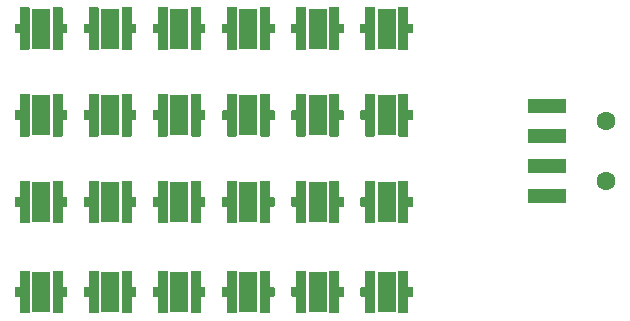
<source format=gbr>
G04 EAGLE Gerber X2 export*
%TF.Part,Single*%
%TF.FileFunction,Soldermask,Top,1*%
%TF.FilePolarity,Negative*%
%TF.GenerationSoftware,Autodesk,EAGLE,9.1.0*%
%TF.CreationDate,2018-09-11T12:43:45Z*%
G75*
%MOMM*%
%FSLAX34Y34*%
%LPD*%
%AMOC8*
5,1,8,0,0,1.08239X$1,22.5*%
G01*
%ADD10R,1.503200X3.503200*%
%ADD11R,3.203200X1.203200*%
%ADD12C,1.603200*%

G36*
X668065Y739377D02*
X668065Y739377D01*
X668131Y739379D01*
X668174Y739397D01*
X668221Y739405D01*
X668278Y739439D01*
X668338Y739464D01*
X668373Y739495D01*
X668414Y739520D01*
X668456Y739571D01*
X668504Y739615D01*
X668526Y739657D01*
X668555Y739694D01*
X668576Y739756D01*
X668607Y739815D01*
X668615Y739869D01*
X668627Y739906D01*
X668626Y739946D01*
X668634Y740000D01*
X668634Y775000D01*
X668623Y775065D01*
X668621Y775131D01*
X668603Y775174D01*
X668595Y775221D01*
X668561Y775278D01*
X668536Y775338D01*
X668505Y775373D01*
X668480Y775414D01*
X668429Y775456D01*
X668385Y775504D01*
X668343Y775526D01*
X668306Y775555D01*
X668244Y775576D01*
X668185Y775607D01*
X668131Y775615D01*
X668094Y775627D01*
X668054Y775626D01*
X668000Y775634D01*
X661000Y775634D01*
X660935Y775623D01*
X660869Y775621D01*
X660826Y775603D01*
X660779Y775595D01*
X660722Y775561D01*
X660662Y775536D01*
X660627Y775505D01*
X660586Y775480D01*
X660545Y775429D01*
X660496Y775385D01*
X660474Y775343D01*
X660445Y775306D01*
X660424Y775244D01*
X660393Y775185D01*
X660385Y775131D01*
X660373Y775094D01*
X660374Y775054D01*
X660366Y775000D01*
X660366Y761634D01*
X657000Y761634D01*
X656935Y761623D01*
X656869Y761621D01*
X656826Y761603D01*
X656779Y761595D01*
X656722Y761561D01*
X656662Y761536D01*
X656627Y761505D01*
X656586Y761480D01*
X656545Y761429D01*
X656496Y761385D01*
X656474Y761343D01*
X656445Y761306D01*
X656424Y761244D01*
X656393Y761185D01*
X656385Y761131D01*
X656373Y761094D01*
X656374Y761054D01*
X656366Y761000D01*
X656366Y754000D01*
X656377Y753935D01*
X656379Y753869D01*
X656397Y753826D01*
X656405Y753779D01*
X656439Y753722D01*
X656464Y753662D01*
X656495Y753627D01*
X656520Y753586D01*
X656571Y753545D01*
X656615Y753496D01*
X656657Y753474D01*
X656694Y753445D01*
X656756Y753424D01*
X656815Y753393D01*
X656869Y753385D01*
X656906Y753373D01*
X656946Y753374D01*
X657000Y753366D01*
X660366Y753366D01*
X660366Y740000D01*
X660377Y739935D01*
X660379Y739869D01*
X660397Y739826D01*
X660405Y739779D01*
X660439Y739722D01*
X660464Y739662D01*
X660495Y739627D01*
X660520Y739586D01*
X660571Y739545D01*
X660615Y739496D01*
X660657Y739474D01*
X660694Y739445D01*
X660756Y739424D01*
X660815Y739393D01*
X660869Y739385D01*
X660906Y739373D01*
X660946Y739374D01*
X661000Y739366D01*
X668000Y739366D01*
X668065Y739377D01*
G37*
G36*
X520565Y739377D02*
X520565Y739377D01*
X520631Y739379D01*
X520674Y739397D01*
X520721Y739405D01*
X520778Y739439D01*
X520838Y739464D01*
X520873Y739495D01*
X520914Y739520D01*
X520956Y739571D01*
X521004Y739615D01*
X521026Y739657D01*
X521055Y739694D01*
X521076Y739756D01*
X521107Y739815D01*
X521115Y739869D01*
X521127Y739906D01*
X521126Y739946D01*
X521134Y740000D01*
X521134Y753366D01*
X524500Y753366D01*
X524565Y753377D01*
X524631Y753379D01*
X524674Y753397D01*
X524721Y753405D01*
X524778Y753439D01*
X524838Y753464D01*
X524873Y753495D01*
X524914Y753520D01*
X524956Y753571D01*
X525004Y753615D01*
X525026Y753657D01*
X525055Y753694D01*
X525076Y753756D01*
X525107Y753815D01*
X525115Y753869D01*
X525127Y753906D01*
X525126Y753946D01*
X525134Y754000D01*
X525134Y761000D01*
X525123Y761065D01*
X525121Y761131D01*
X525103Y761174D01*
X525095Y761221D01*
X525061Y761278D01*
X525036Y761338D01*
X525005Y761373D01*
X524980Y761414D01*
X524929Y761456D01*
X524885Y761504D01*
X524843Y761526D01*
X524806Y761555D01*
X524744Y761576D01*
X524685Y761607D01*
X524631Y761615D01*
X524594Y761627D01*
X524554Y761626D01*
X524500Y761634D01*
X521134Y761634D01*
X521134Y775000D01*
X521123Y775065D01*
X521121Y775131D01*
X521103Y775174D01*
X521095Y775221D01*
X521061Y775278D01*
X521036Y775338D01*
X521005Y775373D01*
X520980Y775414D01*
X520929Y775456D01*
X520885Y775504D01*
X520843Y775526D01*
X520806Y775555D01*
X520744Y775576D01*
X520685Y775607D01*
X520631Y775615D01*
X520594Y775627D01*
X520554Y775626D01*
X520500Y775634D01*
X513500Y775634D01*
X513435Y775623D01*
X513369Y775621D01*
X513326Y775603D01*
X513279Y775595D01*
X513222Y775561D01*
X513162Y775536D01*
X513127Y775505D01*
X513086Y775480D01*
X513045Y775429D01*
X512996Y775385D01*
X512974Y775343D01*
X512945Y775306D01*
X512924Y775244D01*
X512893Y775185D01*
X512885Y775131D01*
X512873Y775094D01*
X512874Y775054D01*
X512866Y775000D01*
X512866Y740000D01*
X512877Y739935D01*
X512879Y739869D01*
X512897Y739826D01*
X512905Y739779D01*
X512939Y739722D01*
X512964Y739662D01*
X512995Y739627D01*
X513020Y739586D01*
X513071Y739545D01*
X513115Y739496D01*
X513157Y739474D01*
X513194Y739445D01*
X513256Y739424D01*
X513315Y739393D01*
X513369Y739385D01*
X513406Y739373D01*
X513446Y739374D01*
X513500Y739366D01*
X520500Y739366D01*
X520565Y739377D01*
G37*
G36*
X492565Y739377D02*
X492565Y739377D01*
X492631Y739379D01*
X492674Y739397D01*
X492721Y739405D01*
X492778Y739439D01*
X492838Y739464D01*
X492873Y739495D01*
X492914Y739520D01*
X492956Y739571D01*
X493004Y739615D01*
X493026Y739657D01*
X493055Y739694D01*
X493076Y739756D01*
X493107Y739815D01*
X493115Y739869D01*
X493127Y739906D01*
X493126Y739946D01*
X493134Y740000D01*
X493134Y775000D01*
X493123Y775065D01*
X493121Y775131D01*
X493103Y775174D01*
X493095Y775221D01*
X493061Y775278D01*
X493036Y775338D01*
X493005Y775373D01*
X492980Y775414D01*
X492929Y775456D01*
X492885Y775504D01*
X492843Y775526D01*
X492806Y775555D01*
X492744Y775576D01*
X492685Y775607D01*
X492631Y775615D01*
X492594Y775627D01*
X492554Y775626D01*
X492500Y775634D01*
X485500Y775634D01*
X485435Y775623D01*
X485369Y775621D01*
X485326Y775603D01*
X485279Y775595D01*
X485222Y775561D01*
X485162Y775536D01*
X485127Y775505D01*
X485086Y775480D01*
X485045Y775429D01*
X484996Y775385D01*
X484974Y775343D01*
X484945Y775306D01*
X484924Y775244D01*
X484893Y775185D01*
X484885Y775131D01*
X484873Y775094D01*
X484874Y775054D01*
X484866Y775000D01*
X484866Y761634D01*
X481500Y761634D01*
X481435Y761623D01*
X481369Y761621D01*
X481326Y761603D01*
X481279Y761595D01*
X481222Y761561D01*
X481162Y761536D01*
X481127Y761505D01*
X481086Y761480D01*
X481045Y761429D01*
X480996Y761385D01*
X480974Y761343D01*
X480945Y761306D01*
X480924Y761244D01*
X480893Y761185D01*
X480885Y761131D01*
X480873Y761094D01*
X480874Y761054D01*
X480866Y761000D01*
X480866Y754000D01*
X480877Y753935D01*
X480879Y753869D01*
X480897Y753826D01*
X480905Y753779D01*
X480939Y753722D01*
X480964Y753662D01*
X480995Y753627D01*
X481020Y753586D01*
X481071Y753545D01*
X481115Y753496D01*
X481157Y753474D01*
X481194Y753445D01*
X481256Y753424D01*
X481315Y753393D01*
X481369Y753385D01*
X481406Y753373D01*
X481446Y753374D01*
X481500Y753366D01*
X484866Y753366D01*
X484866Y740000D01*
X484877Y739935D01*
X484879Y739869D01*
X484897Y739826D01*
X484905Y739779D01*
X484939Y739722D01*
X484964Y739662D01*
X484995Y739627D01*
X485020Y739586D01*
X485071Y739545D01*
X485115Y739496D01*
X485157Y739474D01*
X485194Y739445D01*
X485256Y739424D01*
X485315Y739393D01*
X485369Y739385D01*
X485406Y739373D01*
X485446Y739374D01*
X485500Y739366D01*
X492500Y739366D01*
X492565Y739377D01*
G37*
G36*
X375565Y739377D02*
X375565Y739377D01*
X375631Y739379D01*
X375674Y739397D01*
X375721Y739405D01*
X375778Y739439D01*
X375838Y739464D01*
X375873Y739495D01*
X375914Y739520D01*
X375956Y739571D01*
X376004Y739615D01*
X376026Y739657D01*
X376055Y739694D01*
X376076Y739756D01*
X376107Y739815D01*
X376115Y739869D01*
X376127Y739906D01*
X376126Y739946D01*
X376134Y740000D01*
X376134Y775000D01*
X376123Y775065D01*
X376121Y775131D01*
X376103Y775174D01*
X376095Y775221D01*
X376061Y775278D01*
X376036Y775338D01*
X376005Y775373D01*
X375980Y775414D01*
X375929Y775456D01*
X375885Y775504D01*
X375843Y775526D01*
X375806Y775555D01*
X375744Y775576D01*
X375685Y775607D01*
X375631Y775615D01*
X375594Y775627D01*
X375554Y775626D01*
X375500Y775634D01*
X368500Y775634D01*
X368435Y775623D01*
X368369Y775621D01*
X368326Y775603D01*
X368279Y775595D01*
X368222Y775561D01*
X368162Y775536D01*
X368127Y775505D01*
X368086Y775480D01*
X368045Y775429D01*
X367996Y775385D01*
X367974Y775343D01*
X367945Y775306D01*
X367924Y775244D01*
X367893Y775185D01*
X367885Y775131D01*
X367873Y775094D01*
X367874Y775054D01*
X367866Y775000D01*
X367866Y761634D01*
X364500Y761634D01*
X364435Y761623D01*
X364369Y761621D01*
X364326Y761603D01*
X364279Y761595D01*
X364222Y761561D01*
X364162Y761536D01*
X364127Y761505D01*
X364086Y761480D01*
X364045Y761429D01*
X363996Y761385D01*
X363974Y761343D01*
X363945Y761306D01*
X363924Y761244D01*
X363893Y761185D01*
X363885Y761131D01*
X363873Y761094D01*
X363874Y761054D01*
X363866Y761000D01*
X363866Y754000D01*
X363877Y753935D01*
X363879Y753869D01*
X363897Y753826D01*
X363905Y753779D01*
X363939Y753722D01*
X363964Y753662D01*
X363995Y753627D01*
X364020Y753586D01*
X364071Y753545D01*
X364115Y753496D01*
X364157Y753474D01*
X364194Y753445D01*
X364256Y753424D01*
X364315Y753393D01*
X364369Y753385D01*
X364406Y753373D01*
X364446Y753374D01*
X364500Y753366D01*
X367866Y753366D01*
X367866Y740000D01*
X367877Y739935D01*
X367879Y739869D01*
X367897Y739826D01*
X367905Y739779D01*
X367939Y739722D01*
X367964Y739662D01*
X367995Y739627D01*
X368020Y739586D01*
X368071Y739545D01*
X368115Y739496D01*
X368157Y739474D01*
X368194Y739445D01*
X368256Y739424D01*
X368315Y739393D01*
X368369Y739385D01*
X368406Y739373D01*
X368446Y739374D01*
X368500Y739366D01*
X375500Y739366D01*
X375565Y739377D01*
G37*
G36*
X637565Y739377D02*
X637565Y739377D01*
X637631Y739379D01*
X637674Y739397D01*
X637721Y739405D01*
X637778Y739439D01*
X637838Y739464D01*
X637873Y739495D01*
X637914Y739520D01*
X637956Y739571D01*
X638004Y739615D01*
X638026Y739657D01*
X638055Y739694D01*
X638076Y739756D01*
X638107Y739815D01*
X638115Y739869D01*
X638127Y739906D01*
X638126Y739946D01*
X638134Y740000D01*
X638134Y753366D01*
X641500Y753366D01*
X641565Y753377D01*
X641631Y753379D01*
X641674Y753397D01*
X641721Y753405D01*
X641778Y753439D01*
X641838Y753464D01*
X641873Y753495D01*
X641914Y753520D01*
X641956Y753571D01*
X642004Y753615D01*
X642026Y753657D01*
X642055Y753694D01*
X642076Y753756D01*
X642107Y753815D01*
X642115Y753869D01*
X642127Y753906D01*
X642126Y753946D01*
X642134Y754000D01*
X642134Y761000D01*
X642123Y761065D01*
X642121Y761131D01*
X642103Y761174D01*
X642095Y761221D01*
X642061Y761278D01*
X642036Y761338D01*
X642005Y761373D01*
X641980Y761414D01*
X641929Y761456D01*
X641885Y761504D01*
X641843Y761526D01*
X641806Y761555D01*
X641744Y761576D01*
X641685Y761607D01*
X641631Y761615D01*
X641594Y761627D01*
X641554Y761626D01*
X641500Y761634D01*
X638134Y761634D01*
X638134Y775000D01*
X638123Y775065D01*
X638121Y775131D01*
X638103Y775174D01*
X638095Y775221D01*
X638061Y775278D01*
X638036Y775338D01*
X638005Y775373D01*
X637980Y775414D01*
X637929Y775456D01*
X637885Y775504D01*
X637843Y775526D01*
X637806Y775555D01*
X637744Y775576D01*
X637685Y775607D01*
X637631Y775615D01*
X637594Y775627D01*
X637554Y775626D01*
X637500Y775634D01*
X630500Y775634D01*
X630435Y775623D01*
X630369Y775621D01*
X630326Y775603D01*
X630279Y775595D01*
X630222Y775561D01*
X630162Y775536D01*
X630127Y775505D01*
X630086Y775480D01*
X630045Y775429D01*
X629996Y775385D01*
X629974Y775343D01*
X629945Y775306D01*
X629924Y775244D01*
X629893Y775185D01*
X629885Y775131D01*
X629873Y775094D01*
X629874Y775054D01*
X629866Y775000D01*
X629866Y740000D01*
X629877Y739935D01*
X629879Y739869D01*
X629897Y739826D01*
X629905Y739779D01*
X629939Y739722D01*
X629964Y739662D01*
X629995Y739627D01*
X630020Y739586D01*
X630071Y739545D01*
X630115Y739496D01*
X630157Y739474D01*
X630194Y739445D01*
X630256Y739424D01*
X630315Y739393D01*
X630369Y739385D01*
X630406Y739373D01*
X630446Y739374D01*
X630500Y739366D01*
X637500Y739366D01*
X637565Y739377D01*
G37*
G36*
X551065Y739377D02*
X551065Y739377D01*
X551131Y739379D01*
X551174Y739397D01*
X551221Y739405D01*
X551278Y739439D01*
X551338Y739464D01*
X551373Y739495D01*
X551414Y739520D01*
X551456Y739571D01*
X551504Y739615D01*
X551526Y739657D01*
X551555Y739694D01*
X551576Y739756D01*
X551607Y739815D01*
X551615Y739869D01*
X551627Y739906D01*
X551626Y739946D01*
X551634Y740000D01*
X551634Y775000D01*
X551623Y775065D01*
X551621Y775131D01*
X551603Y775174D01*
X551595Y775221D01*
X551561Y775278D01*
X551536Y775338D01*
X551505Y775373D01*
X551480Y775414D01*
X551429Y775456D01*
X551385Y775504D01*
X551343Y775526D01*
X551306Y775555D01*
X551244Y775576D01*
X551185Y775607D01*
X551131Y775615D01*
X551094Y775627D01*
X551054Y775626D01*
X551000Y775634D01*
X544000Y775634D01*
X543935Y775623D01*
X543869Y775621D01*
X543826Y775603D01*
X543779Y775595D01*
X543722Y775561D01*
X543662Y775536D01*
X543627Y775505D01*
X543586Y775480D01*
X543545Y775429D01*
X543496Y775385D01*
X543474Y775343D01*
X543445Y775306D01*
X543424Y775244D01*
X543393Y775185D01*
X543385Y775131D01*
X543373Y775094D01*
X543374Y775054D01*
X543366Y775000D01*
X543366Y761634D01*
X540000Y761634D01*
X539935Y761623D01*
X539869Y761621D01*
X539826Y761603D01*
X539779Y761595D01*
X539722Y761561D01*
X539662Y761536D01*
X539627Y761505D01*
X539586Y761480D01*
X539545Y761429D01*
X539496Y761385D01*
X539474Y761343D01*
X539445Y761306D01*
X539424Y761244D01*
X539393Y761185D01*
X539385Y761131D01*
X539373Y761094D01*
X539374Y761054D01*
X539366Y761000D01*
X539366Y754000D01*
X539377Y753935D01*
X539379Y753869D01*
X539397Y753826D01*
X539405Y753779D01*
X539439Y753722D01*
X539464Y753662D01*
X539495Y753627D01*
X539520Y753586D01*
X539571Y753545D01*
X539615Y753496D01*
X539657Y753474D01*
X539694Y753445D01*
X539756Y753424D01*
X539815Y753393D01*
X539869Y753385D01*
X539906Y753373D01*
X539946Y753374D01*
X540000Y753366D01*
X543366Y753366D01*
X543366Y740000D01*
X543377Y739935D01*
X543379Y739869D01*
X543397Y739826D01*
X543405Y739779D01*
X543439Y739722D01*
X543464Y739662D01*
X543495Y739627D01*
X543520Y739586D01*
X543571Y739545D01*
X543615Y739496D01*
X543657Y739474D01*
X543694Y739445D01*
X543756Y739424D01*
X543815Y739393D01*
X543869Y739385D01*
X543906Y739373D01*
X543946Y739374D01*
X544000Y739366D01*
X551000Y739366D01*
X551065Y739377D01*
G37*
G36*
X462065Y739377D02*
X462065Y739377D01*
X462131Y739379D01*
X462174Y739397D01*
X462221Y739405D01*
X462278Y739439D01*
X462338Y739464D01*
X462373Y739495D01*
X462414Y739520D01*
X462456Y739571D01*
X462504Y739615D01*
X462526Y739657D01*
X462555Y739694D01*
X462576Y739756D01*
X462607Y739815D01*
X462615Y739869D01*
X462627Y739906D01*
X462626Y739946D01*
X462634Y740000D01*
X462634Y753366D01*
X466000Y753366D01*
X466065Y753377D01*
X466131Y753379D01*
X466174Y753397D01*
X466221Y753405D01*
X466278Y753439D01*
X466338Y753464D01*
X466373Y753495D01*
X466414Y753520D01*
X466456Y753571D01*
X466504Y753615D01*
X466526Y753657D01*
X466555Y753694D01*
X466576Y753756D01*
X466607Y753815D01*
X466615Y753869D01*
X466627Y753906D01*
X466626Y753946D01*
X466634Y754000D01*
X466634Y761000D01*
X466623Y761065D01*
X466621Y761131D01*
X466603Y761174D01*
X466595Y761221D01*
X466561Y761278D01*
X466536Y761338D01*
X466505Y761373D01*
X466480Y761414D01*
X466429Y761456D01*
X466385Y761504D01*
X466343Y761526D01*
X466306Y761555D01*
X466244Y761576D01*
X466185Y761607D01*
X466131Y761615D01*
X466094Y761627D01*
X466054Y761626D01*
X466000Y761634D01*
X462634Y761634D01*
X462634Y775000D01*
X462623Y775065D01*
X462621Y775131D01*
X462603Y775174D01*
X462595Y775221D01*
X462561Y775278D01*
X462536Y775338D01*
X462505Y775373D01*
X462480Y775414D01*
X462429Y775456D01*
X462385Y775504D01*
X462343Y775526D01*
X462306Y775555D01*
X462244Y775576D01*
X462185Y775607D01*
X462131Y775615D01*
X462094Y775627D01*
X462054Y775626D01*
X462000Y775634D01*
X455000Y775634D01*
X454935Y775623D01*
X454869Y775621D01*
X454826Y775603D01*
X454779Y775595D01*
X454722Y775561D01*
X454662Y775536D01*
X454627Y775505D01*
X454586Y775480D01*
X454545Y775429D01*
X454496Y775385D01*
X454474Y775343D01*
X454445Y775306D01*
X454424Y775244D01*
X454393Y775185D01*
X454385Y775131D01*
X454373Y775094D01*
X454374Y775054D01*
X454366Y775000D01*
X454366Y740000D01*
X454377Y739935D01*
X454379Y739869D01*
X454397Y739826D01*
X454405Y739779D01*
X454439Y739722D01*
X454464Y739662D01*
X454495Y739627D01*
X454520Y739586D01*
X454571Y739545D01*
X454615Y739496D01*
X454657Y739474D01*
X454694Y739445D01*
X454756Y739424D01*
X454815Y739393D01*
X454869Y739385D01*
X454906Y739373D01*
X454946Y739374D01*
X455000Y739366D01*
X462000Y739366D01*
X462065Y739377D01*
G37*
G36*
X434065Y739377D02*
X434065Y739377D01*
X434131Y739379D01*
X434174Y739397D01*
X434221Y739405D01*
X434278Y739439D01*
X434338Y739464D01*
X434373Y739495D01*
X434414Y739520D01*
X434456Y739571D01*
X434504Y739615D01*
X434526Y739657D01*
X434555Y739694D01*
X434576Y739756D01*
X434607Y739815D01*
X434615Y739869D01*
X434627Y739906D01*
X434626Y739946D01*
X434634Y740000D01*
X434634Y775000D01*
X434623Y775065D01*
X434621Y775131D01*
X434603Y775174D01*
X434595Y775221D01*
X434561Y775278D01*
X434536Y775338D01*
X434505Y775373D01*
X434480Y775414D01*
X434429Y775456D01*
X434385Y775504D01*
X434343Y775526D01*
X434306Y775555D01*
X434244Y775576D01*
X434185Y775607D01*
X434131Y775615D01*
X434094Y775627D01*
X434054Y775626D01*
X434000Y775634D01*
X427000Y775634D01*
X426935Y775623D01*
X426869Y775621D01*
X426826Y775603D01*
X426779Y775595D01*
X426722Y775561D01*
X426662Y775536D01*
X426627Y775505D01*
X426586Y775480D01*
X426545Y775429D01*
X426496Y775385D01*
X426474Y775343D01*
X426445Y775306D01*
X426424Y775244D01*
X426393Y775185D01*
X426385Y775131D01*
X426373Y775094D01*
X426374Y775054D01*
X426366Y775000D01*
X426366Y761634D01*
X423000Y761634D01*
X422935Y761623D01*
X422869Y761621D01*
X422826Y761603D01*
X422779Y761595D01*
X422722Y761561D01*
X422662Y761536D01*
X422627Y761505D01*
X422586Y761480D01*
X422545Y761429D01*
X422496Y761385D01*
X422474Y761343D01*
X422445Y761306D01*
X422424Y761244D01*
X422393Y761185D01*
X422385Y761131D01*
X422373Y761094D01*
X422374Y761054D01*
X422366Y761000D01*
X422366Y754000D01*
X422377Y753935D01*
X422379Y753869D01*
X422397Y753826D01*
X422405Y753779D01*
X422439Y753722D01*
X422464Y753662D01*
X422495Y753627D01*
X422520Y753586D01*
X422571Y753545D01*
X422615Y753496D01*
X422657Y753474D01*
X422694Y753445D01*
X422756Y753424D01*
X422815Y753393D01*
X422869Y753385D01*
X422906Y753373D01*
X422946Y753374D01*
X423000Y753366D01*
X426366Y753366D01*
X426366Y740000D01*
X426377Y739935D01*
X426379Y739869D01*
X426397Y739826D01*
X426405Y739779D01*
X426439Y739722D01*
X426464Y739662D01*
X426495Y739627D01*
X426520Y739586D01*
X426571Y739545D01*
X426615Y739496D01*
X426657Y739474D01*
X426694Y739445D01*
X426756Y739424D01*
X426815Y739393D01*
X426869Y739385D01*
X426906Y739373D01*
X426946Y739374D01*
X427000Y739366D01*
X434000Y739366D01*
X434065Y739377D01*
G37*
G36*
X609565Y739377D02*
X609565Y739377D01*
X609631Y739379D01*
X609674Y739397D01*
X609721Y739405D01*
X609778Y739439D01*
X609838Y739464D01*
X609873Y739495D01*
X609914Y739520D01*
X609956Y739571D01*
X610004Y739615D01*
X610026Y739657D01*
X610055Y739694D01*
X610076Y739756D01*
X610107Y739815D01*
X610115Y739869D01*
X610127Y739906D01*
X610126Y739946D01*
X610134Y740000D01*
X610134Y775000D01*
X610123Y775065D01*
X610121Y775131D01*
X610103Y775174D01*
X610095Y775221D01*
X610061Y775278D01*
X610036Y775338D01*
X610005Y775373D01*
X609980Y775414D01*
X609929Y775456D01*
X609885Y775504D01*
X609843Y775526D01*
X609806Y775555D01*
X609744Y775576D01*
X609685Y775607D01*
X609631Y775615D01*
X609594Y775627D01*
X609554Y775626D01*
X609500Y775634D01*
X602500Y775634D01*
X602435Y775623D01*
X602369Y775621D01*
X602326Y775603D01*
X602279Y775595D01*
X602222Y775561D01*
X602162Y775536D01*
X602127Y775505D01*
X602086Y775480D01*
X602045Y775429D01*
X601996Y775385D01*
X601974Y775343D01*
X601945Y775306D01*
X601924Y775244D01*
X601893Y775185D01*
X601885Y775131D01*
X601873Y775094D01*
X601874Y775054D01*
X601866Y775000D01*
X601866Y761634D01*
X598500Y761634D01*
X598435Y761623D01*
X598369Y761621D01*
X598326Y761603D01*
X598279Y761595D01*
X598222Y761561D01*
X598162Y761536D01*
X598127Y761505D01*
X598086Y761480D01*
X598045Y761429D01*
X597996Y761385D01*
X597974Y761343D01*
X597945Y761306D01*
X597924Y761244D01*
X597893Y761185D01*
X597885Y761131D01*
X597873Y761094D01*
X597874Y761054D01*
X597866Y761000D01*
X597866Y754000D01*
X597877Y753935D01*
X597879Y753869D01*
X597897Y753826D01*
X597905Y753779D01*
X597939Y753722D01*
X597964Y753662D01*
X597995Y753627D01*
X598020Y753586D01*
X598071Y753545D01*
X598115Y753496D01*
X598157Y753474D01*
X598194Y753445D01*
X598256Y753424D01*
X598315Y753393D01*
X598369Y753385D01*
X598406Y753373D01*
X598446Y753374D01*
X598500Y753366D01*
X601866Y753366D01*
X601866Y740000D01*
X601877Y739935D01*
X601879Y739869D01*
X601897Y739826D01*
X601905Y739779D01*
X601939Y739722D01*
X601964Y739662D01*
X601995Y739627D01*
X602020Y739586D01*
X602071Y739545D01*
X602115Y739496D01*
X602157Y739474D01*
X602194Y739445D01*
X602256Y739424D01*
X602315Y739393D01*
X602369Y739385D01*
X602406Y739373D01*
X602446Y739374D01*
X602500Y739366D01*
X609500Y739366D01*
X609565Y739377D01*
G37*
G36*
X579065Y739377D02*
X579065Y739377D01*
X579131Y739379D01*
X579174Y739397D01*
X579221Y739405D01*
X579278Y739439D01*
X579338Y739464D01*
X579373Y739495D01*
X579414Y739520D01*
X579456Y739571D01*
X579504Y739615D01*
X579526Y739657D01*
X579555Y739694D01*
X579576Y739756D01*
X579607Y739815D01*
X579615Y739869D01*
X579627Y739906D01*
X579626Y739946D01*
X579634Y740000D01*
X579634Y753366D01*
X583000Y753366D01*
X583065Y753377D01*
X583131Y753379D01*
X583174Y753397D01*
X583221Y753405D01*
X583278Y753439D01*
X583338Y753464D01*
X583373Y753495D01*
X583414Y753520D01*
X583456Y753571D01*
X583504Y753615D01*
X583526Y753657D01*
X583555Y753694D01*
X583576Y753756D01*
X583607Y753815D01*
X583615Y753869D01*
X583627Y753906D01*
X583626Y753946D01*
X583634Y754000D01*
X583634Y761000D01*
X583623Y761065D01*
X583621Y761131D01*
X583603Y761174D01*
X583595Y761221D01*
X583561Y761278D01*
X583536Y761338D01*
X583505Y761373D01*
X583480Y761414D01*
X583429Y761456D01*
X583385Y761504D01*
X583343Y761526D01*
X583306Y761555D01*
X583244Y761576D01*
X583185Y761607D01*
X583131Y761615D01*
X583094Y761627D01*
X583054Y761626D01*
X583000Y761634D01*
X579634Y761634D01*
X579634Y775000D01*
X579623Y775065D01*
X579621Y775131D01*
X579603Y775174D01*
X579595Y775221D01*
X579561Y775278D01*
X579536Y775338D01*
X579505Y775373D01*
X579480Y775414D01*
X579429Y775456D01*
X579385Y775504D01*
X579343Y775526D01*
X579306Y775555D01*
X579244Y775576D01*
X579185Y775607D01*
X579131Y775615D01*
X579094Y775627D01*
X579054Y775626D01*
X579000Y775634D01*
X572000Y775634D01*
X571935Y775623D01*
X571869Y775621D01*
X571826Y775603D01*
X571779Y775595D01*
X571722Y775561D01*
X571662Y775536D01*
X571627Y775505D01*
X571586Y775480D01*
X571545Y775429D01*
X571496Y775385D01*
X571474Y775343D01*
X571445Y775306D01*
X571424Y775244D01*
X571393Y775185D01*
X571385Y775131D01*
X571373Y775094D01*
X571374Y775054D01*
X571366Y775000D01*
X571366Y740000D01*
X571377Y739935D01*
X571379Y739869D01*
X571397Y739826D01*
X571405Y739779D01*
X571439Y739722D01*
X571464Y739662D01*
X571495Y739627D01*
X571520Y739586D01*
X571571Y739545D01*
X571615Y739496D01*
X571657Y739474D01*
X571694Y739445D01*
X571756Y739424D01*
X571815Y739393D01*
X571869Y739385D01*
X571906Y739373D01*
X571946Y739374D01*
X572000Y739366D01*
X579000Y739366D01*
X579065Y739377D01*
G37*
G36*
X403565Y739377D02*
X403565Y739377D01*
X403631Y739379D01*
X403674Y739397D01*
X403721Y739405D01*
X403778Y739439D01*
X403838Y739464D01*
X403873Y739495D01*
X403914Y739520D01*
X403956Y739571D01*
X404004Y739615D01*
X404026Y739657D01*
X404055Y739694D01*
X404076Y739756D01*
X404107Y739815D01*
X404115Y739869D01*
X404127Y739906D01*
X404126Y739946D01*
X404134Y740000D01*
X404134Y753366D01*
X407500Y753366D01*
X407565Y753377D01*
X407631Y753379D01*
X407674Y753397D01*
X407721Y753405D01*
X407778Y753439D01*
X407838Y753464D01*
X407873Y753495D01*
X407914Y753520D01*
X407956Y753571D01*
X408004Y753615D01*
X408026Y753657D01*
X408055Y753694D01*
X408076Y753756D01*
X408107Y753815D01*
X408115Y753869D01*
X408127Y753906D01*
X408126Y753946D01*
X408134Y754000D01*
X408134Y761000D01*
X408123Y761065D01*
X408121Y761131D01*
X408103Y761174D01*
X408095Y761221D01*
X408061Y761278D01*
X408036Y761338D01*
X408005Y761373D01*
X407980Y761414D01*
X407929Y761456D01*
X407885Y761504D01*
X407843Y761526D01*
X407806Y761555D01*
X407744Y761576D01*
X407685Y761607D01*
X407631Y761615D01*
X407594Y761627D01*
X407554Y761626D01*
X407500Y761634D01*
X404134Y761634D01*
X404134Y775000D01*
X404123Y775065D01*
X404121Y775131D01*
X404103Y775174D01*
X404095Y775221D01*
X404061Y775278D01*
X404036Y775338D01*
X404005Y775373D01*
X403980Y775414D01*
X403929Y775456D01*
X403885Y775504D01*
X403843Y775526D01*
X403806Y775555D01*
X403744Y775576D01*
X403685Y775607D01*
X403631Y775615D01*
X403594Y775627D01*
X403554Y775626D01*
X403500Y775634D01*
X396500Y775634D01*
X396435Y775623D01*
X396369Y775621D01*
X396326Y775603D01*
X396279Y775595D01*
X396222Y775561D01*
X396162Y775536D01*
X396127Y775505D01*
X396086Y775480D01*
X396045Y775429D01*
X395996Y775385D01*
X395974Y775343D01*
X395945Y775306D01*
X395924Y775244D01*
X395893Y775185D01*
X395885Y775131D01*
X395873Y775094D01*
X395874Y775054D01*
X395866Y775000D01*
X395866Y740000D01*
X395877Y739935D01*
X395879Y739869D01*
X395897Y739826D01*
X395905Y739779D01*
X395939Y739722D01*
X395964Y739662D01*
X395995Y739627D01*
X396020Y739586D01*
X396071Y739545D01*
X396115Y739496D01*
X396157Y739474D01*
X396194Y739445D01*
X396256Y739424D01*
X396315Y739393D01*
X396369Y739385D01*
X396406Y739373D01*
X396446Y739374D01*
X396500Y739366D01*
X403500Y739366D01*
X403565Y739377D01*
G37*
G36*
X696065Y739377D02*
X696065Y739377D01*
X696131Y739379D01*
X696174Y739397D01*
X696221Y739405D01*
X696278Y739439D01*
X696338Y739464D01*
X696373Y739495D01*
X696414Y739520D01*
X696456Y739571D01*
X696504Y739615D01*
X696526Y739657D01*
X696555Y739694D01*
X696576Y739756D01*
X696607Y739815D01*
X696615Y739869D01*
X696627Y739906D01*
X696626Y739946D01*
X696634Y740000D01*
X696634Y753366D01*
X700000Y753366D01*
X700065Y753377D01*
X700131Y753379D01*
X700174Y753397D01*
X700221Y753405D01*
X700278Y753439D01*
X700338Y753464D01*
X700373Y753495D01*
X700414Y753520D01*
X700456Y753571D01*
X700504Y753615D01*
X700526Y753657D01*
X700555Y753694D01*
X700576Y753756D01*
X700607Y753815D01*
X700615Y753869D01*
X700627Y753906D01*
X700626Y753946D01*
X700634Y754000D01*
X700634Y761000D01*
X700623Y761065D01*
X700621Y761131D01*
X700603Y761174D01*
X700595Y761221D01*
X700561Y761278D01*
X700536Y761338D01*
X700505Y761373D01*
X700480Y761414D01*
X700429Y761456D01*
X700385Y761504D01*
X700343Y761526D01*
X700306Y761555D01*
X700244Y761576D01*
X700185Y761607D01*
X700131Y761615D01*
X700094Y761627D01*
X700054Y761626D01*
X700000Y761634D01*
X696634Y761634D01*
X696634Y775000D01*
X696623Y775065D01*
X696621Y775131D01*
X696603Y775174D01*
X696595Y775221D01*
X696561Y775278D01*
X696536Y775338D01*
X696505Y775373D01*
X696480Y775414D01*
X696429Y775456D01*
X696385Y775504D01*
X696343Y775526D01*
X696306Y775555D01*
X696244Y775576D01*
X696185Y775607D01*
X696131Y775615D01*
X696094Y775627D01*
X696054Y775626D01*
X696000Y775634D01*
X689000Y775634D01*
X688935Y775623D01*
X688869Y775621D01*
X688826Y775603D01*
X688779Y775595D01*
X688722Y775561D01*
X688662Y775536D01*
X688627Y775505D01*
X688586Y775480D01*
X688545Y775429D01*
X688496Y775385D01*
X688474Y775343D01*
X688445Y775306D01*
X688424Y775244D01*
X688393Y775185D01*
X688385Y775131D01*
X688373Y775094D01*
X688374Y775054D01*
X688366Y775000D01*
X688366Y740000D01*
X688377Y739935D01*
X688379Y739869D01*
X688397Y739826D01*
X688405Y739779D01*
X688439Y739722D01*
X688464Y739662D01*
X688495Y739627D01*
X688520Y739586D01*
X688571Y739545D01*
X688615Y739496D01*
X688657Y739474D01*
X688694Y739445D01*
X688756Y739424D01*
X688815Y739393D01*
X688869Y739385D01*
X688906Y739373D01*
X688946Y739374D01*
X689000Y739366D01*
X696000Y739366D01*
X696065Y739377D01*
G37*
G36*
X579065Y666077D02*
X579065Y666077D01*
X579131Y666079D01*
X579174Y666097D01*
X579221Y666105D01*
X579278Y666139D01*
X579338Y666164D01*
X579373Y666195D01*
X579414Y666220D01*
X579456Y666271D01*
X579504Y666315D01*
X579526Y666357D01*
X579555Y666394D01*
X579576Y666456D01*
X579607Y666515D01*
X579615Y666569D01*
X579627Y666606D01*
X579626Y666646D01*
X579634Y666700D01*
X579634Y680066D01*
X583000Y680066D01*
X583065Y680077D01*
X583131Y680079D01*
X583174Y680097D01*
X583221Y680105D01*
X583278Y680139D01*
X583338Y680164D01*
X583373Y680195D01*
X583414Y680220D01*
X583456Y680271D01*
X583504Y680315D01*
X583526Y680357D01*
X583555Y680394D01*
X583576Y680456D01*
X583607Y680515D01*
X583615Y680569D01*
X583627Y680606D01*
X583626Y680646D01*
X583634Y680700D01*
X583634Y687700D01*
X583623Y687765D01*
X583621Y687831D01*
X583603Y687874D01*
X583595Y687921D01*
X583561Y687978D01*
X583536Y688038D01*
X583505Y688073D01*
X583480Y688114D01*
X583429Y688156D01*
X583385Y688204D01*
X583343Y688226D01*
X583306Y688255D01*
X583244Y688276D01*
X583185Y688307D01*
X583131Y688315D01*
X583094Y688327D01*
X583054Y688326D01*
X583000Y688334D01*
X579634Y688334D01*
X579634Y701700D01*
X579623Y701765D01*
X579621Y701831D01*
X579603Y701874D01*
X579595Y701921D01*
X579561Y701978D01*
X579536Y702038D01*
X579505Y702073D01*
X579480Y702114D01*
X579429Y702156D01*
X579385Y702204D01*
X579343Y702226D01*
X579306Y702255D01*
X579244Y702276D01*
X579185Y702307D01*
X579131Y702315D01*
X579094Y702327D01*
X579054Y702326D01*
X579000Y702334D01*
X572000Y702334D01*
X571935Y702323D01*
X571869Y702321D01*
X571826Y702303D01*
X571779Y702295D01*
X571722Y702261D01*
X571662Y702236D01*
X571627Y702205D01*
X571586Y702180D01*
X571545Y702129D01*
X571496Y702085D01*
X571474Y702043D01*
X571445Y702006D01*
X571424Y701944D01*
X571393Y701885D01*
X571385Y701831D01*
X571373Y701794D01*
X571374Y701754D01*
X571366Y701700D01*
X571366Y666700D01*
X571377Y666635D01*
X571379Y666569D01*
X571397Y666526D01*
X571405Y666479D01*
X571439Y666422D01*
X571464Y666362D01*
X571495Y666327D01*
X571520Y666286D01*
X571571Y666245D01*
X571615Y666196D01*
X571657Y666174D01*
X571694Y666145D01*
X571756Y666124D01*
X571815Y666093D01*
X571869Y666085D01*
X571906Y666073D01*
X571946Y666074D01*
X572000Y666066D01*
X579000Y666066D01*
X579065Y666077D01*
G37*
G36*
X434065Y666077D02*
X434065Y666077D01*
X434131Y666079D01*
X434174Y666097D01*
X434221Y666105D01*
X434278Y666139D01*
X434338Y666164D01*
X434373Y666195D01*
X434414Y666220D01*
X434456Y666271D01*
X434504Y666315D01*
X434526Y666357D01*
X434555Y666394D01*
X434576Y666456D01*
X434607Y666515D01*
X434615Y666569D01*
X434627Y666606D01*
X434626Y666646D01*
X434634Y666700D01*
X434634Y701700D01*
X434623Y701765D01*
X434621Y701831D01*
X434603Y701874D01*
X434595Y701921D01*
X434561Y701978D01*
X434536Y702038D01*
X434505Y702073D01*
X434480Y702114D01*
X434429Y702156D01*
X434385Y702204D01*
X434343Y702226D01*
X434306Y702255D01*
X434244Y702276D01*
X434185Y702307D01*
X434131Y702315D01*
X434094Y702327D01*
X434054Y702326D01*
X434000Y702334D01*
X427000Y702334D01*
X426935Y702323D01*
X426869Y702321D01*
X426826Y702303D01*
X426779Y702295D01*
X426722Y702261D01*
X426662Y702236D01*
X426627Y702205D01*
X426586Y702180D01*
X426545Y702129D01*
X426496Y702085D01*
X426474Y702043D01*
X426445Y702006D01*
X426424Y701944D01*
X426393Y701885D01*
X426385Y701831D01*
X426373Y701794D01*
X426374Y701754D01*
X426366Y701700D01*
X426366Y688334D01*
X423000Y688334D01*
X422935Y688323D01*
X422869Y688321D01*
X422826Y688303D01*
X422779Y688295D01*
X422722Y688261D01*
X422662Y688236D01*
X422627Y688205D01*
X422586Y688180D01*
X422545Y688129D01*
X422496Y688085D01*
X422474Y688043D01*
X422445Y688006D01*
X422424Y687944D01*
X422393Y687885D01*
X422385Y687831D01*
X422373Y687794D01*
X422374Y687754D01*
X422366Y687700D01*
X422366Y680700D01*
X422377Y680635D01*
X422379Y680569D01*
X422397Y680526D01*
X422405Y680479D01*
X422439Y680422D01*
X422464Y680362D01*
X422495Y680327D01*
X422520Y680286D01*
X422571Y680245D01*
X422615Y680196D01*
X422657Y680174D01*
X422694Y680145D01*
X422756Y680124D01*
X422815Y680093D01*
X422869Y680085D01*
X422906Y680073D01*
X422946Y680074D01*
X423000Y680066D01*
X426366Y680066D01*
X426366Y666700D01*
X426377Y666635D01*
X426379Y666569D01*
X426397Y666526D01*
X426405Y666479D01*
X426439Y666422D01*
X426464Y666362D01*
X426495Y666327D01*
X426520Y666286D01*
X426571Y666245D01*
X426615Y666196D01*
X426657Y666174D01*
X426694Y666145D01*
X426756Y666124D01*
X426815Y666093D01*
X426869Y666085D01*
X426906Y666073D01*
X426946Y666074D01*
X427000Y666066D01*
X434000Y666066D01*
X434065Y666077D01*
G37*
G36*
X520565Y666077D02*
X520565Y666077D01*
X520631Y666079D01*
X520674Y666097D01*
X520721Y666105D01*
X520778Y666139D01*
X520838Y666164D01*
X520873Y666195D01*
X520914Y666220D01*
X520956Y666271D01*
X521004Y666315D01*
X521026Y666357D01*
X521055Y666394D01*
X521076Y666456D01*
X521107Y666515D01*
X521115Y666569D01*
X521127Y666606D01*
X521126Y666646D01*
X521134Y666700D01*
X521134Y680066D01*
X524500Y680066D01*
X524565Y680077D01*
X524631Y680079D01*
X524674Y680097D01*
X524721Y680105D01*
X524778Y680139D01*
X524838Y680164D01*
X524873Y680195D01*
X524914Y680220D01*
X524956Y680271D01*
X525004Y680315D01*
X525026Y680357D01*
X525055Y680394D01*
X525076Y680456D01*
X525107Y680515D01*
X525115Y680569D01*
X525127Y680606D01*
X525126Y680646D01*
X525134Y680700D01*
X525134Y687700D01*
X525123Y687765D01*
X525121Y687831D01*
X525103Y687874D01*
X525095Y687921D01*
X525061Y687978D01*
X525036Y688038D01*
X525005Y688073D01*
X524980Y688114D01*
X524929Y688156D01*
X524885Y688204D01*
X524843Y688226D01*
X524806Y688255D01*
X524744Y688276D01*
X524685Y688307D01*
X524631Y688315D01*
X524594Y688327D01*
X524554Y688326D01*
X524500Y688334D01*
X521134Y688334D01*
X521134Y701700D01*
X521123Y701765D01*
X521121Y701831D01*
X521103Y701874D01*
X521095Y701921D01*
X521061Y701978D01*
X521036Y702038D01*
X521005Y702073D01*
X520980Y702114D01*
X520929Y702156D01*
X520885Y702204D01*
X520843Y702226D01*
X520806Y702255D01*
X520744Y702276D01*
X520685Y702307D01*
X520631Y702315D01*
X520594Y702327D01*
X520554Y702326D01*
X520500Y702334D01*
X513500Y702334D01*
X513435Y702323D01*
X513369Y702321D01*
X513326Y702303D01*
X513279Y702295D01*
X513222Y702261D01*
X513162Y702236D01*
X513127Y702205D01*
X513086Y702180D01*
X513045Y702129D01*
X512996Y702085D01*
X512974Y702043D01*
X512945Y702006D01*
X512924Y701944D01*
X512893Y701885D01*
X512885Y701831D01*
X512873Y701794D01*
X512874Y701754D01*
X512866Y701700D01*
X512866Y666700D01*
X512877Y666635D01*
X512879Y666569D01*
X512897Y666526D01*
X512905Y666479D01*
X512939Y666422D01*
X512964Y666362D01*
X512995Y666327D01*
X513020Y666286D01*
X513071Y666245D01*
X513115Y666196D01*
X513157Y666174D01*
X513194Y666145D01*
X513256Y666124D01*
X513315Y666093D01*
X513369Y666085D01*
X513406Y666073D01*
X513446Y666074D01*
X513500Y666066D01*
X520500Y666066D01*
X520565Y666077D01*
G37*
G36*
X492565Y666077D02*
X492565Y666077D01*
X492631Y666079D01*
X492674Y666097D01*
X492721Y666105D01*
X492778Y666139D01*
X492838Y666164D01*
X492873Y666195D01*
X492914Y666220D01*
X492956Y666271D01*
X493004Y666315D01*
X493026Y666357D01*
X493055Y666394D01*
X493076Y666456D01*
X493107Y666515D01*
X493115Y666569D01*
X493127Y666606D01*
X493126Y666646D01*
X493134Y666700D01*
X493134Y701700D01*
X493123Y701765D01*
X493121Y701831D01*
X493103Y701874D01*
X493095Y701921D01*
X493061Y701978D01*
X493036Y702038D01*
X493005Y702073D01*
X492980Y702114D01*
X492929Y702156D01*
X492885Y702204D01*
X492843Y702226D01*
X492806Y702255D01*
X492744Y702276D01*
X492685Y702307D01*
X492631Y702315D01*
X492594Y702327D01*
X492554Y702326D01*
X492500Y702334D01*
X485500Y702334D01*
X485435Y702323D01*
X485369Y702321D01*
X485326Y702303D01*
X485279Y702295D01*
X485222Y702261D01*
X485162Y702236D01*
X485127Y702205D01*
X485086Y702180D01*
X485045Y702129D01*
X484996Y702085D01*
X484974Y702043D01*
X484945Y702006D01*
X484924Y701944D01*
X484893Y701885D01*
X484885Y701831D01*
X484873Y701794D01*
X484874Y701754D01*
X484866Y701700D01*
X484866Y688334D01*
X481500Y688334D01*
X481435Y688323D01*
X481369Y688321D01*
X481326Y688303D01*
X481279Y688295D01*
X481222Y688261D01*
X481162Y688236D01*
X481127Y688205D01*
X481086Y688180D01*
X481045Y688129D01*
X480996Y688085D01*
X480974Y688043D01*
X480945Y688006D01*
X480924Y687944D01*
X480893Y687885D01*
X480885Y687831D01*
X480873Y687794D01*
X480874Y687754D01*
X480866Y687700D01*
X480866Y680700D01*
X480877Y680635D01*
X480879Y680569D01*
X480897Y680526D01*
X480905Y680479D01*
X480939Y680422D01*
X480964Y680362D01*
X480995Y680327D01*
X481020Y680286D01*
X481071Y680245D01*
X481115Y680196D01*
X481157Y680174D01*
X481194Y680145D01*
X481256Y680124D01*
X481315Y680093D01*
X481369Y680085D01*
X481406Y680073D01*
X481446Y680074D01*
X481500Y680066D01*
X484866Y680066D01*
X484866Y666700D01*
X484877Y666635D01*
X484879Y666569D01*
X484897Y666526D01*
X484905Y666479D01*
X484939Y666422D01*
X484964Y666362D01*
X484995Y666327D01*
X485020Y666286D01*
X485071Y666245D01*
X485115Y666196D01*
X485157Y666174D01*
X485194Y666145D01*
X485256Y666124D01*
X485315Y666093D01*
X485369Y666085D01*
X485406Y666073D01*
X485446Y666074D01*
X485500Y666066D01*
X492500Y666066D01*
X492565Y666077D01*
G37*
G36*
X375565Y666077D02*
X375565Y666077D01*
X375631Y666079D01*
X375674Y666097D01*
X375721Y666105D01*
X375778Y666139D01*
X375838Y666164D01*
X375873Y666195D01*
X375914Y666220D01*
X375956Y666271D01*
X376004Y666315D01*
X376026Y666357D01*
X376055Y666394D01*
X376076Y666456D01*
X376107Y666515D01*
X376115Y666569D01*
X376127Y666606D01*
X376126Y666646D01*
X376134Y666700D01*
X376134Y701700D01*
X376123Y701765D01*
X376121Y701831D01*
X376103Y701874D01*
X376095Y701921D01*
X376061Y701978D01*
X376036Y702038D01*
X376005Y702073D01*
X375980Y702114D01*
X375929Y702156D01*
X375885Y702204D01*
X375843Y702226D01*
X375806Y702255D01*
X375744Y702276D01*
X375685Y702307D01*
X375631Y702315D01*
X375594Y702327D01*
X375554Y702326D01*
X375500Y702334D01*
X368500Y702334D01*
X368435Y702323D01*
X368369Y702321D01*
X368326Y702303D01*
X368279Y702295D01*
X368222Y702261D01*
X368162Y702236D01*
X368127Y702205D01*
X368086Y702180D01*
X368045Y702129D01*
X367996Y702085D01*
X367974Y702043D01*
X367945Y702006D01*
X367924Y701944D01*
X367893Y701885D01*
X367885Y701831D01*
X367873Y701794D01*
X367874Y701754D01*
X367866Y701700D01*
X367866Y688334D01*
X364500Y688334D01*
X364435Y688323D01*
X364369Y688321D01*
X364326Y688303D01*
X364279Y688295D01*
X364222Y688261D01*
X364162Y688236D01*
X364127Y688205D01*
X364086Y688180D01*
X364045Y688129D01*
X363996Y688085D01*
X363974Y688043D01*
X363945Y688006D01*
X363924Y687944D01*
X363893Y687885D01*
X363885Y687831D01*
X363873Y687794D01*
X363874Y687754D01*
X363866Y687700D01*
X363866Y680700D01*
X363877Y680635D01*
X363879Y680569D01*
X363897Y680526D01*
X363905Y680479D01*
X363939Y680422D01*
X363964Y680362D01*
X363995Y680327D01*
X364020Y680286D01*
X364071Y680245D01*
X364115Y680196D01*
X364157Y680174D01*
X364194Y680145D01*
X364256Y680124D01*
X364315Y680093D01*
X364369Y680085D01*
X364406Y680073D01*
X364446Y680074D01*
X364500Y680066D01*
X367866Y680066D01*
X367866Y666700D01*
X367877Y666635D01*
X367879Y666569D01*
X367897Y666526D01*
X367905Y666479D01*
X367939Y666422D01*
X367964Y666362D01*
X367995Y666327D01*
X368020Y666286D01*
X368071Y666245D01*
X368115Y666196D01*
X368157Y666174D01*
X368194Y666145D01*
X368256Y666124D01*
X368315Y666093D01*
X368369Y666085D01*
X368406Y666073D01*
X368446Y666074D01*
X368500Y666066D01*
X375500Y666066D01*
X375565Y666077D01*
G37*
G36*
X696065Y666077D02*
X696065Y666077D01*
X696131Y666079D01*
X696174Y666097D01*
X696221Y666105D01*
X696278Y666139D01*
X696338Y666164D01*
X696373Y666195D01*
X696414Y666220D01*
X696456Y666271D01*
X696504Y666315D01*
X696526Y666357D01*
X696555Y666394D01*
X696576Y666456D01*
X696607Y666515D01*
X696615Y666569D01*
X696627Y666606D01*
X696626Y666646D01*
X696634Y666700D01*
X696634Y680066D01*
X700000Y680066D01*
X700065Y680077D01*
X700131Y680079D01*
X700174Y680097D01*
X700221Y680105D01*
X700278Y680139D01*
X700338Y680164D01*
X700373Y680195D01*
X700414Y680220D01*
X700456Y680271D01*
X700504Y680315D01*
X700526Y680357D01*
X700555Y680394D01*
X700576Y680456D01*
X700607Y680515D01*
X700615Y680569D01*
X700627Y680606D01*
X700626Y680646D01*
X700634Y680700D01*
X700634Y687700D01*
X700623Y687765D01*
X700621Y687831D01*
X700603Y687874D01*
X700595Y687921D01*
X700561Y687978D01*
X700536Y688038D01*
X700505Y688073D01*
X700480Y688114D01*
X700429Y688156D01*
X700385Y688204D01*
X700343Y688226D01*
X700306Y688255D01*
X700244Y688276D01*
X700185Y688307D01*
X700131Y688315D01*
X700094Y688327D01*
X700054Y688326D01*
X700000Y688334D01*
X696634Y688334D01*
X696634Y701700D01*
X696623Y701765D01*
X696621Y701831D01*
X696603Y701874D01*
X696595Y701921D01*
X696561Y701978D01*
X696536Y702038D01*
X696505Y702073D01*
X696480Y702114D01*
X696429Y702156D01*
X696385Y702204D01*
X696343Y702226D01*
X696306Y702255D01*
X696244Y702276D01*
X696185Y702307D01*
X696131Y702315D01*
X696094Y702327D01*
X696054Y702326D01*
X696000Y702334D01*
X689000Y702334D01*
X688935Y702323D01*
X688869Y702321D01*
X688826Y702303D01*
X688779Y702295D01*
X688722Y702261D01*
X688662Y702236D01*
X688627Y702205D01*
X688586Y702180D01*
X688545Y702129D01*
X688496Y702085D01*
X688474Y702043D01*
X688445Y702006D01*
X688424Y701944D01*
X688393Y701885D01*
X688385Y701831D01*
X688373Y701794D01*
X688374Y701754D01*
X688366Y701700D01*
X688366Y666700D01*
X688377Y666635D01*
X688379Y666569D01*
X688397Y666526D01*
X688405Y666479D01*
X688439Y666422D01*
X688464Y666362D01*
X688495Y666327D01*
X688520Y666286D01*
X688571Y666245D01*
X688615Y666196D01*
X688657Y666174D01*
X688694Y666145D01*
X688756Y666124D01*
X688815Y666093D01*
X688869Y666085D01*
X688906Y666073D01*
X688946Y666074D01*
X689000Y666066D01*
X696000Y666066D01*
X696065Y666077D01*
G37*
G36*
X462065Y666077D02*
X462065Y666077D01*
X462131Y666079D01*
X462174Y666097D01*
X462221Y666105D01*
X462278Y666139D01*
X462338Y666164D01*
X462373Y666195D01*
X462414Y666220D01*
X462456Y666271D01*
X462504Y666315D01*
X462526Y666357D01*
X462555Y666394D01*
X462576Y666456D01*
X462607Y666515D01*
X462615Y666569D01*
X462627Y666606D01*
X462626Y666646D01*
X462634Y666700D01*
X462634Y680066D01*
X466000Y680066D01*
X466065Y680077D01*
X466131Y680079D01*
X466174Y680097D01*
X466221Y680105D01*
X466278Y680139D01*
X466338Y680164D01*
X466373Y680195D01*
X466414Y680220D01*
X466456Y680271D01*
X466504Y680315D01*
X466526Y680357D01*
X466555Y680394D01*
X466576Y680456D01*
X466607Y680515D01*
X466615Y680569D01*
X466627Y680606D01*
X466626Y680646D01*
X466634Y680700D01*
X466634Y687700D01*
X466623Y687765D01*
X466621Y687831D01*
X466603Y687874D01*
X466595Y687921D01*
X466561Y687978D01*
X466536Y688038D01*
X466505Y688073D01*
X466480Y688114D01*
X466429Y688156D01*
X466385Y688204D01*
X466343Y688226D01*
X466306Y688255D01*
X466244Y688276D01*
X466185Y688307D01*
X466131Y688315D01*
X466094Y688327D01*
X466054Y688326D01*
X466000Y688334D01*
X462634Y688334D01*
X462634Y701700D01*
X462623Y701765D01*
X462621Y701831D01*
X462603Y701874D01*
X462595Y701921D01*
X462561Y701978D01*
X462536Y702038D01*
X462505Y702073D01*
X462480Y702114D01*
X462429Y702156D01*
X462385Y702204D01*
X462343Y702226D01*
X462306Y702255D01*
X462244Y702276D01*
X462185Y702307D01*
X462131Y702315D01*
X462094Y702327D01*
X462054Y702326D01*
X462000Y702334D01*
X455000Y702334D01*
X454935Y702323D01*
X454869Y702321D01*
X454826Y702303D01*
X454779Y702295D01*
X454722Y702261D01*
X454662Y702236D01*
X454627Y702205D01*
X454586Y702180D01*
X454545Y702129D01*
X454496Y702085D01*
X454474Y702043D01*
X454445Y702006D01*
X454424Y701944D01*
X454393Y701885D01*
X454385Y701831D01*
X454373Y701794D01*
X454374Y701754D01*
X454366Y701700D01*
X454366Y666700D01*
X454377Y666635D01*
X454379Y666569D01*
X454397Y666526D01*
X454405Y666479D01*
X454439Y666422D01*
X454464Y666362D01*
X454495Y666327D01*
X454520Y666286D01*
X454571Y666245D01*
X454615Y666196D01*
X454657Y666174D01*
X454694Y666145D01*
X454756Y666124D01*
X454815Y666093D01*
X454869Y666085D01*
X454906Y666073D01*
X454946Y666074D01*
X455000Y666066D01*
X462000Y666066D01*
X462065Y666077D01*
G37*
G36*
X551065Y666077D02*
X551065Y666077D01*
X551131Y666079D01*
X551174Y666097D01*
X551221Y666105D01*
X551278Y666139D01*
X551338Y666164D01*
X551373Y666195D01*
X551414Y666220D01*
X551456Y666271D01*
X551504Y666315D01*
X551526Y666357D01*
X551555Y666394D01*
X551576Y666456D01*
X551607Y666515D01*
X551615Y666569D01*
X551627Y666606D01*
X551626Y666646D01*
X551634Y666700D01*
X551634Y701700D01*
X551623Y701765D01*
X551621Y701831D01*
X551603Y701874D01*
X551595Y701921D01*
X551561Y701978D01*
X551536Y702038D01*
X551505Y702073D01*
X551480Y702114D01*
X551429Y702156D01*
X551385Y702204D01*
X551343Y702226D01*
X551306Y702255D01*
X551244Y702276D01*
X551185Y702307D01*
X551131Y702315D01*
X551094Y702327D01*
X551054Y702326D01*
X551000Y702334D01*
X544000Y702334D01*
X543935Y702323D01*
X543869Y702321D01*
X543826Y702303D01*
X543779Y702295D01*
X543722Y702261D01*
X543662Y702236D01*
X543627Y702205D01*
X543586Y702180D01*
X543545Y702129D01*
X543496Y702085D01*
X543474Y702043D01*
X543445Y702006D01*
X543424Y701944D01*
X543393Y701885D01*
X543385Y701831D01*
X543373Y701794D01*
X543374Y701754D01*
X543366Y701700D01*
X543366Y688334D01*
X540000Y688334D01*
X539935Y688323D01*
X539869Y688321D01*
X539826Y688303D01*
X539779Y688295D01*
X539722Y688261D01*
X539662Y688236D01*
X539627Y688205D01*
X539586Y688180D01*
X539545Y688129D01*
X539496Y688085D01*
X539474Y688043D01*
X539445Y688006D01*
X539424Y687944D01*
X539393Y687885D01*
X539385Y687831D01*
X539373Y687794D01*
X539374Y687754D01*
X539366Y687700D01*
X539366Y680700D01*
X539377Y680635D01*
X539379Y680569D01*
X539397Y680526D01*
X539405Y680479D01*
X539439Y680422D01*
X539464Y680362D01*
X539495Y680327D01*
X539520Y680286D01*
X539571Y680245D01*
X539615Y680196D01*
X539657Y680174D01*
X539694Y680145D01*
X539756Y680124D01*
X539815Y680093D01*
X539869Y680085D01*
X539906Y680073D01*
X539946Y680074D01*
X540000Y680066D01*
X543366Y680066D01*
X543366Y666700D01*
X543377Y666635D01*
X543379Y666569D01*
X543397Y666526D01*
X543405Y666479D01*
X543439Y666422D01*
X543464Y666362D01*
X543495Y666327D01*
X543520Y666286D01*
X543571Y666245D01*
X543615Y666196D01*
X543657Y666174D01*
X543694Y666145D01*
X543756Y666124D01*
X543815Y666093D01*
X543869Y666085D01*
X543906Y666073D01*
X543946Y666074D01*
X544000Y666066D01*
X551000Y666066D01*
X551065Y666077D01*
G37*
G36*
X403565Y666077D02*
X403565Y666077D01*
X403631Y666079D01*
X403674Y666097D01*
X403721Y666105D01*
X403778Y666139D01*
X403838Y666164D01*
X403873Y666195D01*
X403914Y666220D01*
X403956Y666271D01*
X404004Y666315D01*
X404026Y666357D01*
X404055Y666394D01*
X404076Y666456D01*
X404107Y666515D01*
X404115Y666569D01*
X404127Y666606D01*
X404126Y666646D01*
X404134Y666700D01*
X404134Y680066D01*
X407500Y680066D01*
X407565Y680077D01*
X407631Y680079D01*
X407674Y680097D01*
X407721Y680105D01*
X407778Y680139D01*
X407838Y680164D01*
X407873Y680195D01*
X407914Y680220D01*
X407956Y680271D01*
X408004Y680315D01*
X408026Y680357D01*
X408055Y680394D01*
X408076Y680456D01*
X408107Y680515D01*
X408115Y680569D01*
X408127Y680606D01*
X408126Y680646D01*
X408134Y680700D01*
X408134Y687700D01*
X408123Y687765D01*
X408121Y687831D01*
X408103Y687874D01*
X408095Y687921D01*
X408061Y687978D01*
X408036Y688038D01*
X408005Y688073D01*
X407980Y688114D01*
X407929Y688156D01*
X407885Y688204D01*
X407843Y688226D01*
X407806Y688255D01*
X407744Y688276D01*
X407685Y688307D01*
X407631Y688315D01*
X407594Y688327D01*
X407554Y688326D01*
X407500Y688334D01*
X404134Y688334D01*
X404134Y701700D01*
X404123Y701765D01*
X404121Y701831D01*
X404103Y701874D01*
X404095Y701921D01*
X404061Y701978D01*
X404036Y702038D01*
X404005Y702073D01*
X403980Y702114D01*
X403929Y702156D01*
X403885Y702204D01*
X403843Y702226D01*
X403806Y702255D01*
X403744Y702276D01*
X403685Y702307D01*
X403631Y702315D01*
X403594Y702327D01*
X403554Y702326D01*
X403500Y702334D01*
X396500Y702334D01*
X396435Y702323D01*
X396369Y702321D01*
X396326Y702303D01*
X396279Y702295D01*
X396222Y702261D01*
X396162Y702236D01*
X396127Y702205D01*
X396086Y702180D01*
X396045Y702129D01*
X395996Y702085D01*
X395974Y702043D01*
X395945Y702006D01*
X395924Y701944D01*
X395893Y701885D01*
X395885Y701831D01*
X395873Y701794D01*
X395874Y701754D01*
X395866Y701700D01*
X395866Y666700D01*
X395877Y666635D01*
X395879Y666569D01*
X395897Y666526D01*
X395905Y666479D01*
X395939Y666422D01*
X395964Y666362D01*
X395995Y666327D01*
X396020Y666286D01*
X396071Y666245D01*
X396115Y666196D01*
X396157Y666174D01*
X396194Y666145D01*
X396256Y666124D01*
X396315Y666093D01*
X396369Y666085D01*
X396406Y666073D01*
X396446Y666074D01*
X396500Y666066D01*
X403500Y666066D01*
X403565Y666077D01*
G37*
G36*
X637565Y666077D02*
X637565Y666077D01*
X637631Y666079D01*
X637674Y666097D01*
X637721Y666105D01*
X637778Y666139D01*
X637838Y666164D01*
X637873Y666195D01*
X637914Y666220D01*
X637956Y666271D01*
X638004Y666315D01*
X638026Y666357D01*
X638055Y666394D01*
X638076Y666456D01*
X638107Y666515D01*
X638115Y666569D01*
X638127Y666606D01*
X638126Y666646D01*
X638134Y666700D01*
X638134Y680066D01*
X641500Y680066D01*
X641565Y680077D01*
X641631Y680079D01*
X641674Y680097D01*
X641721Y680105D01*
X641778Y680139D01*
X641838Y680164D01*
X641873Y680195D01*
X641914Y680220D01*
X641956Y680271D01*
X642004Y680315D01*
X642026Y680357D01*
X642055Y680394D01*
X642076Y680456D01*
X642107Y680515D01*
X642115Y680569D01*
X642127Y680606D01*
X642126Y680646D01*
X642134Y680700D01*
X642134Y687700D01*
X642123Y687765D01*
X642121Y687831D01*
X642103Y687874D01*
X642095Y687921D01*
X642061Y687978D01*
X642036Y688038D01*
X642005Y688073D01*
X641980Y688114D01*
X641929Y688156D01*
X641885Y688204D01*
X641843Y688226D01*
X641806Y688255D01*
X641744Y688276D01*
X641685Y688307D01*
X641631Y688315D01*
X641594Y688327D01*
X641554Y688326D01*
X641500Y688334D01*
X638134Y688334D01*
X638134Y701700D01*
X638123Y701765D01*
X638121Y701831D01*
X638103Y701874D01*
X638095Y701921D01*
X638061Y701978D01*
X638036Y702038D01*
X638005Y702073D01*
X637980Y702114D01*
X637929Y702156D01*
X637885Y702204D01*
X637843Y702226D01*
X637806Y702255D01*
X637744Y702276D01*
X637685Y702307D01*
X637631Y702315D01*
X637594Y702327D01*
X637554Y702326D01*
X637500Y702334D01*
X630500Y702334D01*
X630435Y702323D01*
X630369Y702321D01*
X630326Y702303D01*
X630279Y702295D01*
X630222Y702261D01*
X630162Y702236D01*
X630127Y702205D01*
X630086Y702180D01*
X630045Y702129D01*
X629996Y702085D01*
X629974Y702043D01*
X629945Y702006D01*
X629924Y701944D01*
X629893Y701885D01*
X629885Y701831D01*
X629873Y701794D01*
X629874Y701754D01*
X629866Y701700D01*
X629866Y666700D01*
X629877Y666635D01*
X629879Y666569D01*
X629897Y666526D01*
X629905Y666479D01*
X629939Y666422D01*
X629964Y666362D01*
X629995Y666327D01*
X630020Y666286D01*
X630071Y666245D01*
X630115Y666196D01*
X630157Y666174D01*
X630194Y666145D01*
X630256Y666124D01*
X630315Y666093D01*
X630369Y666085D01*
X630406Y666073D01*
X630446Y666074D01*
X630500Y666066D01*
X637500Y666066D01*
X637565Y666077D01*
G37*
G36*
X668065Y666077D02*
X668065Y666077D01*
X668131Y666079D01*
X668174Y666097D01*
X668221Y666105D01*
X668278Y666139D01*
X668338Y666164D01*
X668373Y666195D01*
X668414Y666220D01*
X668456Y666271D01*
X668504Y666315D01*
X668526Y666357D01*
X668555Y666394D01*
X668576Y666456D01*
X668607Y666515D01*
X668615Y666569D01*
X668627Y666606D01*
X668626Y666646D01*
X668634Y666700D01*
X668634Y701700D01*
X668623Y701765D01*
X668621Y701831D01*
X668603Y701874D01*
X668595Y701921D01*
X668561Y701978D01*
X668536Y702038D01*
X668505Y702073D01*
X668480Y702114D01*
X668429Y702156D01*
X668385Y702204D01*
X668343Y702226D01*
X668306Y702255D01*
X668244Y702276D01*
X668185Y702307D01*
X668131Y702315D01*
X668094Y702327D01*
X668054Y702326D01*
X668000Y702334D01*
X661000Y702334D01*
X660935Y702323D01*
X660869Y702321D01*
X660826Y702303D01*
X660779Y702295D01*
X660722Y702261D01*
X660662Y702236D01*
X660627Y702205D01*
X660586Y702180D01*
X660545Y702129D01*
X660496Y702085D01*
X660474Y702043D01*
X660445Y702006D01*
X660424Y701944D01*
X660393Y701885D01*
X660385Y701831D01*
X660373Y701794D01*
X660374Y701754D01*
X660366Y701700D01*
X660366Y688334D01*
X657000Y688334D01*
X656935Y688323D01*
X656869Y688321D01*
X656826Y688303D01*
X656779Y688295D01*
X656722Y688261D01*
X656662Y688236D01*
X656627Y688205D01*
X656586Y688180D01*
X656545Y688129D01*
X656496Y688085D01*
X656474Y688043D01*
X656445Y688006D01*
X656424Y687944D01*
X656393Y687885D01*
X656385Y687831D01*
X656373Y687794D01*
X656374Y687754D01*
X656366Y687700D01*
X656366Y680700D01*
X656377Y680635D01*
X656379Y680569D01*
X656397Y680526D01*
X656405Y680479D01*
X656439Y680422D01*
X656464Y680362D01*
X656495Y680327D01*
X656520Y680286D01*
X656571Y680245D01*
X656615Y680196D01*
X656657Y680174D01*
X656694Y680145D01*
X656756Y680124D01*
X656815Y680093D01*
X656869Y680085D01*
X656906Y680073D01*
X656946Y680074D01*
X657000Y680066D01*
X660366Y680066D01*
X660366Y666700D01*
X660377Y666635D01*
X660379Y666569D01*
X660397Y666526D01*
X660405Y666479D01*
X660439Y666422D01*
X660464Y666362D01*
X660495Y666327D01*
X660520Y666286D01*
X660571Y666245D01*
X660615Y666196D01*
X660657Y666174D01*
X660694Y666145D01*
X660756Y666124D01*
X660815Y666093D01*
X660869Y666085D01*
X660906Y666073D01*
X660946Y666074D01*
X661000Y666066D01*
X668000Y666066D01*
X668065Y666077D01*
G37*
G36*
X609565Y666077D02*
X609565Y666077D01*
X609631Y666079D01*
X609674Y666097D01*
X609721Y666105D01*
X609778Y666139D01*
X609838Y666164D01*
X609873Y666195D01*
X609914Y666220D01*
X609956Y666271D01*
X610004Y666315D01*
X610026Y666357D01*
X610055Y666394D01*
X610076Y666456D01*
X610107Y666515D01*
X610115Y666569D01*
X610127Y666606D01*
X610126Y666646D01*
X610134Y666700D01*
X610134Y701700D01*
X610123Y701765D01*
X610121Y701831D01*
X610103Y701874D01*
X610095Y701921D01*
X610061Y701978D01*
X610036Y702038D01*
X610005Y702073D01*
X609980Y702114D01*
X609929Y702156D01*
X609885Y702204D01*
X609843Y702226D01*
X609806Y702255D01*
X609744Y702276D01*
X609685Y702307D01*
X609631Y702315D01*
X609594Y702327D01*
X609554Y702326D01*
X609500Y702334D01*
X602500Y702334D01*
X602435Y702323D01*
X602369Y702321D01*
X602326Y702303D01*
X602279Y702295D01*
X602222Y702261D01*
X602162Y702236D01*
X602127Y702205D01*
X602086Y702180D01*
X602045Y702129D01*
X601996Y702085D01*
X601974Y702043D01*
X601945Y702006D01*
X601924Y701944D01*
X601893Y701885D01*
X601885Y701831D01*
X601873Y701794D01*
X601874Y701754D01*
X601866Y701700D01*
X601866Y688334D01*
X598500Y688334D01*
X598435Y688323D01*
X598369Y688321D01*
X598326Y688303D01*
X598279Y688295D01*
X598222Y688261D01*
X598162Y688236D01*
X598127Y688205D01*
X598086Y688180D01*
X598045Y688129D01*
X597996Y688085D01*
X597974Y688043D01*
X597945Y688006D01*
X597924Y687944D01*
X597893Y687885D01*
X597885Y687831D01*
X597873Y687794D01*
X597874Y687754D01*
X597866Y687700D01*
X597866Y680700D01*
X597877Y680635D01*
X597879Y680569D01*
X597897Y680526D01*
X597905Y680479D01*
X597939Y680422D01*
X597964Y680362D01*
X597995Y680327D01*
X598020Y680286D01*
X598071Y680245D01*
X598115Y680196D01*
X598157Y680174D01*
X598194Y680145D01*
X598256Y680124D01*
X598315Y680093D01*
X598369Y680085D01*
X598406Y680073D01*
X598446Y680074D01*
X598500Y680066D01*
X601866Y680066D01*
X601866Y666700D01*
X601877Y666635D01*
X601879Y666569D01*
X601897Y666526D01*
X601905Y666479D01*
X601939Y666422D01*
X601964Y666362D01*
X601995Y666327D01*
X602020Y666286D01*
X602071Y666245D01*
X602115Y666196D01*
X602157Y666174D01*
X602194Y666145D01*
X602256Y666124D01*
X602315Y666093D01*
X602369Y666085D01*
X602406Y666073D01*
X602446Y666074D01*
X602500Y666066D01*
X609500Y666066D01*
X609565Y666077D01*
G37*
G36*
X609565Y592577D02*
X609565Y592577D01*
X609631Y592579D01*
X609674Y592597D01*
X609721Y592605D01*
X609778Y592639D01*
X609838Y592664D01*
X609873Y592695D01*
X609914Y592720D01*
X609956Y592771D01*
X610004Y592815D01*
X610026Y592857D01*
X610055Y592894D01*
X610076Y592956D01*
X610107Y593015D01*
X610115Y593069D01*
X610127Y593106D01*
X610126Y593146D01*
X610134Y593200D01*
X610134Y628200D01*
X610123Y628265D01*
X610121Y628331D01*
X610103Y628374D01*
X610095Y628421D01*
X610061Y628478D01*
X610036Y628538D01*
X610005Y628573D01*
X609980Y628614D01*
X609929Y628656D01*
X609885Y628704D01*
X609843Y628726D01*
X609806Y628755D01*
X609744Y628776D01*
X609685Y628807D01*
X609631Y628815D01*
X609594Y628827D01*
X609554Y628826D01*
X609500Y628834D01*
X602500Y628834D01*
X602435Y628823D01*
X602369Y628821D01*
X602326Y628803D01*
X602279Y628795D01*
X602222Y628761D01*
X602162Y628736D01*
X602127Y628705D01*
X602086Y628680D01*
X602045Y628629D01*
X601996Y628585D01*
X601974Y628543D01*
X601945Y628506D01*
X601924Y628444D01*
X601893Y628385D01*
X601885Y628331D01*
X601873Y628294D01*
X601874Y628254D01*
X601866Y628200D01*
X601866Y614834D01*
X598500Y614834D01*
X598435Y614823D01*
X598369Y614821D01*
X598326Y614803D01*
X598279Y614795D01*
X598222Y614761D01*
X598162Y614736D01*
X598127Y614705D01*
X598086Y614680D01*
X598045Y614629D01*
X597996Y614585D01*
X597974Y614543D01*
X597945Y614506D01*
X597924Y614444D01*
X597893Y614385D01*
X597885Y614331D01*
X597873Y614294D01*
X597874Y614254D01*
X597866Y614200D01*
X597866Y607200D01*
X597877Y607135D01*
X597879Y607069D01*
X597897Y607026D01*
X597905Y606979D01*
X597939Y606922D01*
X597964Y606862D01*
X597995Y606827D01*
X598020Y606786D01*
X598071Y606745D01*
X598115Y606696D01*
X598157Y606674D01*
X598194Y606645D01*
X598256Y606624D01*
X598315Y606593D01*
X598369Y606585D01*
X598406Y606573D01*
X598446Y606574D01*
X598500Y606566D01*
X601866Y606566D01*
X601866Y593200D01*
X601877Y593135D01*
X601879Y593069D01*
X601897Y593026D01*
X601905Y592979D01*
X601939Y592922D01*
X601964Y592862D01*
X601995Y592827D01*
X602020Y592786D01*
X602071Y592745D01*
X602115Y592696D01*
X602157Y592674D01*
X602194Y592645D01*
X602256Y592624D01*
X602315Y592593D01*
X602369Y592585D01*
X602406Y592573D01*
X602446Y592574D01*
X602500Y592566D01*
X609500Y592566D01*
X609565Y592577D01*
G37*
G36*
X403565Y592577D02*
X403565Y592577D01*
X403631Y592579D01*
X403674Y592597D01*
X403721Y592605D01*
X403778Y592639D01*
X403838Y592664D01*
X403873Y592695D01*
X403914Y592720D01*
X403956Y592771D01*
X404004Y592815D01*
X404026Y592857D01*
X404055Y592894D01*
X404076Y592956D01*
X404107Y593015D01*
X404115Y593069D01*
X404127Y593106D01*
X404126Y593146D01*
X404134Y593200D01*
X404134Y606566D01*
X407500Y606566D01*
X407565Y606577D01*
X407631Y606579D01*
X407674Y606597D01*
X407721Y606605D01*
X407778Y606639D01*
X407838Y606664D01*
X407873Y606695D01*
X407914Y606720D01*
X407956Y606771D01*
X408004Y606815D01*
X408026Y606857D01*
X408055Y606894D01*
X408076Y606956D01*
X408107Y607015D01*
X408115Y607069D01*
X408127Y607106D01*
X408126Y607146D01*
X408134Y607200D01*
X408134Y614200D01*
X408123Y614265D01*
X408121Y614331D01*
X408103Y614374D01*
X408095Y614421D01*
X408061Y614478D01*
X408036Y614538D01*
X408005Y614573D01*
X407980Y614614D01*
X407929Y614656D01*
X407885Y614704D01*
X407843Y614726D01*
X407806Y614755D01*
X407744Y614776D01*
X407685Y614807D01*
X407631Y614815D01*
X407594Y614827D01*
X407554Y614826D01*
X407500Y614834D01*
X404134Y614834D01*
X404134Y628200D01*
X404123Y628265D01*
X404121Y628331D01*
X404103Y628374D01*
X404095Y628421D01*
X404061Y628478D01*
X404036Y628538D01*
X404005Y628573D01*
X403980Y628614D01*
X403929Y628656D01*
X403885Y628704D01*
X403843Y628726D01*
X403806Y628755D01*
X403744Y628776D01*
X403685Y628807D01*
X403631Y628815D01*
X403594Y628827D01*
X403554Y628826D01*
X403500Y628834D01*
X396500Y628834D01*
X396435Y628823D01*
X396369Y628821D01*
X396326Y628803D01*
X396279Y628795D01*
X396222Y628761D01*
X396162Y628736D01*
X396127Y628705D01*
X396086Y628680D01*
X396045Y628629D01*
X395996Y628585D01*
X395974Y628543D01*
X395945Y628506D01*
X395924Y628444D01*
X395893Y628385D01*
X395885Y628331D01*
X395873Y628294D01*
X395874Y628254D01*
X395866Y628200D01*
X395866Y593200D01*
X395877Y593135D01*
X395879Y593069D01*
X395897Y593026D01*
X395905Y592979D01*
X395939Y592922D01*
X395964Y592862D01*
X395995Y592827D01*
X396020Y592786D01*
X396071Y592745D01*
X396115Y592696D01*
X396157Y592674D01*
X396194Y592645D01*
X396256Y592624D01*
X396315Y592593D01*
X396369Y592585D01*
X396406Y592573D01*
X396446Y592574D01*
X396500Y592566D01*
X403500Y592566D01*
X403565Y592577D01*
G37*
G36*
X668065Y592577D02*
X668065Y592577D01*
X668131Y592579D01*
X668174Y592597D01*
X668221Y592605D01*
X668278Y592639D01*
X668338Y592664D01*
X668373Y592695D01*
X668414Y592720D01*
X668456Y592771D01*
X668504Y592815D01*
X668526Y592857D01*
X668555Y592894D01*
X668576Y592956D01*
X668607Y593015D01*
X668615Y593069D01*
X668627Y593106D01*
X668626Y593146D01*
X668634Y593200D01*
X668634Y628200D01*
X668623Y628265D01*
X668621Y628331D01*
X668603Y628374D01*
X668595Y628421D01*
X668561Y628478D01*
X668536Y628538D01*
X668505Y628573D01*
X668480Y628614D01*
X668429Y628656D01*
X668385Y628704D01*
X668343Y628726D01*
X668306Y628755D01*
X668244Y628776D01*
X668185Y628807D01*
X668131Y628815D01*
X668094Y628827D01*
X668054Y628826D01*
X668000Y628834D01*
X661000Y628834D01*
X660935Y628823D01*
X660869Y628821D01*
X660826Y628803D01*
X660779Y628795D01*
X660722Y628761D01*
X660662Y628736D01*
X660627Y628705D01*
X660586Y628680D01*
X660545Y628629D01*
X660496Y628585D01*
X660474Y628543D01*
X660445Y628506D01*
X660424Y628444D01*
X660393Y628385D01*
X660385Y628331D01*
X660373Y628294D01*
X660374Y628254D01*
X660366Y628200D01*
X660366Y614834D01*
X657000Y614834D01*
X656935Y614823D01*
X656869Y614821D01*
X656826Y614803D01*
X656779Y614795D01*
X656722Y614761D01*
X656662Y614736D01*
X656627Y614705D01*
X656586Y614680D01*
X656545Y614629D01*
X656496Y614585D01*
X656474Y614543D01*
X656445Y614506D01*
X656424Y614444D01*
X656393Y614385D01*
X656385Y614331D01*
X656373Y614294D01*
X656374Y614254D01*
X656366Y614200D01*
X656366Y607200D01*
X656377Y607135D01*
X656379Y607069D01*
X656397Y607026D01*
X656405Y606979D01*
X656439Y606922D01*
X656464Y606862D01*
X656495Y606827D01*
X656520Y606786D01*
X656571Y606745D01*
X656615Y606696D01*
X656657Y606674D01*
X656694Y606645D01*
X656756Y606624D01*
X656815Y606593D01*
X656869Y606585D01*
X656906Y606573D01*
X656946Y606574D01*
X657000Y606566D01*
X660366Y606566D01*
X660366Y593200D01*
X660377Y593135D01*
X660379Y593069D01*
X660397Y593026D01*
X660405Y592979D01*
X660439Y592922D01*
X660464Y592862D01*
X660495Y592827D01*
X660520Y592786D01*
X660571Y592745D01*
X660615Y592696D01*
X660657Y592674D01*
X660694Y592645D01*
X660756Y592624D01*
X660815Y592593D01*
X660869Y592585D01*
X660906Y592573D01*
X660946Y592574D01*
X661000Y592566D01*
X668000Y592566D01*
X668065Y592577D01*
G37*
G36*
X520565Y592577D02*
X520565Y592577D01*
X520631Y592579D01*
X520674Y592597D01*
X520721Y592605D01*
X520778Y592639D01*
X520838Y592664D01*
X520873Y592695D01*
X520914Y592720D01*
X520956Y592771D01*
X521004Y592815D01*
X521026Y592857D01*
X521055Y592894D01*
X521076Y592956D01*
X521107Y593015D01*
X521115Y593069D01*
X521127Y593106D01*
X521126Y593146D01*
X521134Y593200D01*
X521134Y606566D01*
X524500Y606566D01*
X524565Y606577D01*
X524631Y606579D01*
X524674Y606597D01*
X524721Y606605D01*
X524778Y606639D01*
X524838Y606664D01*
X524873Y606695D01*
X524914Y606720D01*
X524956Y606771D01*
X525004Y606815D01*
X525026Y606857D01*
X525055Y606894D01*
X525076Y606956D01*
X525107Y607015D01*
X525115Y607069D01*
X525127Y607106D01*
X525126Y607146D01*
X525134Y607200D01*
X525134Y614200D01*
X525123Y614265D01*
X525121Y614331D01*
X525103Y614374D01*
X525095Y614421D01*
X525061Y614478D01*
X525036Y614538D01*
X525005Y614573D01*
X524980Y614614D01*
X524929Y614656D01*
X524885Y614704D01*
X524843Y614726D01*
X524806Y614755D01*
X524744Y614776D01*
X524685Y614807D01*
X524631Y614815D01*
X524594Y614827D01*
X524554Y614826D01*
X524500Y614834D01*
X521134Y614834D01*
X521134Y628200D01*
X521123Y628265D01*
X521121Y628331D01*
X521103Y628374D01*
X521095Y628421D01*
X521061Y628478D01*
X521036Y628538D01*
X521005Y628573D01*
X520980Y628614D01*
X520929Y628656D01*
X520885Y628704D01*
X520843Y628726D01*
X520806Y628755D01*
X520744Y628776D01*
X520685Y628807D01*
X520631Y628815D01*
X520594Y628827D01*
X520554Y628826D01*
X520500Y628834D01*
X513500Y628834D01*
X513435Y628823D01*
X513369Y628821D01*
X513326Y628803D01*
X513279Y628795D01*
X513222Y628761D01*
X513162Y628736D01*
X513127Y628705D01*
X513086Y628680D01*
X513045Y628629D01*
X512996Y628585D01*
X512974Y628543D01*
X512945Y628506D01*
X512924Y628444D01*
X512893Y628385D01*
X512885Y628331D01*
X512873Y628294D01*
X512874Y628254D01*
X512866Y628200D01*
X512866Y593200D01*
X512877Y593135D01*
X512879Y593069D01*
X512897Y593026D01*
X512905Y592979D01*
X512939Y592922D01*
X512964Y592862D01*
X512995Y592827D01*
X513020Y592786D01*
X513071Y592745D01*
X513115Y592696D01*
X513157Y592674D01*
X513194Y592645D01*
X513256Y592624D01*
X513315Y592593D01*
X513369Y592585D01*
X513406Y592573D01*
X513446Y592574D01*
X513500Y592566D01*
X520500Y592566D01*
X520565Y592577D01*
G37*
G36*
X434065Y592577D02*
X434065Y592577D01*
X434131Y592579D01*
X434174Y592597D01*
X434221Y592605D01*
X434278Y592639D01*
X434338Y592664D01*
X434373Y592695D01*
X434414Y592720D01*
X434456Y592771D01*
X434504Y592815D01*
X434526Y592857D01*
X434555Y592894D01*
X434576Y592956D01*
X434607Y593015D01*
X434615Y593069D01*
X434627Y593106D01*
X434626Y593146D01*
X434634Y593200D01*
X434634Y628200D01*
X434623Y628265D01*
X434621Y628331D01*
X434603Y628374D01*
X434595Y628421D01*
X434561Y628478D01*
X434536Y628538D01*
X434505Y628573D01*
X434480Y628614D01*
X434429Y628656D01*
X434385Y628704D01*
X434343Y628726D01*
X434306Y628755D01*
X434244Y628776D01*
X434185Y628807D01*
X434131Y628815D01*
X434094Y628827D01*
X434054Y628826D01*
X434000Y628834D01*
X427000Y628834D01*
X426935Y628823D01*
X426869Y628821D01*
X426826Y628803D01*
X426779Y628795D01*
X426722Y628761D01*
X426662Y628736D01*
X426627Y628705D01*
X426586Y628680D01*
X426545Y628629D01*
X426496Y628585D01*
X426474Y628543D01*
X426445Y628506D01*
X426424Y628444D01*
X426393Y628385D01*
X426385Y628331D01*
X426373Y628294D01*
X426374Y628254D01*
X426366Y628200D01*
X426366Y614834D01*
X423000Y614834D01*
X422935Y614823D01*
X422869Y614821D01*
X422826Y614803D01*
X422779Y614795D01*
X422722Y614761D01*
X422662Y614736D01*
X422627Y614705D01*
X422586Y614680D01*
X422545Y614629D01*
X422496Y614585D01*
X422474Y614543D01*
X422445Y614506D01*
X422424Y614444D01*
X422393Y614385D01*
X422385Y614331D01*
X422373Y614294D01*
X422374Y614254D01*
X422366Y614200D01*
X422366Y607200D01*
X422377Y607135D01*
X422379Y607069D01*
X422397Y607026D01*
X422405Y606979D01*
X422439Y606922D01*
X422464Y606862D01*
X422495Y606827D01*
X422520Y606786D01*
X422571Y606745D01*
X422615Y606696D01*
X422657Y606674D01*
X422694Y606645D01*
X422756Y606624D01*
X422815Y606593D01*
X422869Y606585D01*
X422906Y606573D01*
X422946Y606574D01*
X423000Y606566D01*
X426366Y606566D01*
X426366Y593200D01*
X426377Y593135D01*
X426379Y593069D01*
X426397Y593026D01*
X426405Y592979D01*
X426439Y592922D01*
X426464Y592862D01*
X426495Y592827D01*
X426520Y592786D01*
X426571Y592745D01*
X426615Y592696D01*
X426657Y592674D01*
X426694Y592645D01*
X426756Y592624D01*
X426815Y592593D01*
X426869Y592585D01*
X426906Y592573D01*
X426946Y592574D01*
X427000Y592566D01*
X434000Y592566D01*
X434065Y592577D01*
G37*
G36*
X637565Y592577D02*
X637565Y592577D01*
X637631Y592579D01*
X637674Y592597D01*
X637721Y592605D01*
X637778Y592639D01*
X637838Y592664D01*
X637873Y592695D01*
X637914Y592720D01*
X637956Y592771D01*
X638004Y592815D01*
X638026Y592857D01*
X638055Y592894D01*
X638076Y592956D01*
X638107Y593015D01*
X638115Y593069D01*
X638127Y593106D01*
X638126Y593146D01*
X638134Y593200D01*
X638134Y606566D01*
X641500Y606566D01*
X641565Y606577D01*
X641631Y606579D01*
X641674Y606597D01*
X641721Y606605D01*
X641778Y606639D01*
X641838Y606664D01*
X641873Y606695D01*
X641914Y606720D01*
X641956Y606771D01*
X642004Y606815D01*
X642026Y606857D01*
X642055Y606894D01*
X642076Y606956D01*
X642107Y607015D01*
X642115Y607069D01*
X642127Y607106D01*
X642126Y607146D01*
X642134Y607200D01*
X642134Y614200D01*
X642123Y614265D01*
X642121Y614331D01*
X642103Y614374D01*
X642095Y614421D01*
X642061Y614478D01*
X642036Y614538D01*
X642005Y614573D01*
X641980Y614614D01*
X641929Y614656D01*
X641885Y614704D01*
X641843Y614726D01*
X641806Y614755D01*
X641744Y614776D01*
X641685Y614807D01*
X641631Y614815D01*
X641594Y614827D01*
X641554Y614826D01*
X641500Y614834D01*
X638134Y614834D01*
X638134Y628200D01*
X638123Y628265D01*
X638121Y628331D01*
X638103Y628374D01*
X638095Y628421D01*
X638061Y628478D01*
X638036Y628538D01*
X638005Y628573D01*
X637980Y628614D01*
X637929Y628656D01*
X637885Y628704D01*
X637843Y628726D01*
X637806Y628755D01*
X637744Y628776D01*
X637685Y628807D01*
X637631Y628815D01*
X637594Y628827D01*
X637554Y628826D01*
X637500Y628834D01*
X630500Y628834D01*
X630435Y628823D01*
X630369Y628821D01*
X630326Y628803D01*
X630279Y628795D01*
X630222Y628761D01*
X630162Y628736D01*
X630127Y628705D01*
X630086Y628680D01*
X630045Y628629D01*
X629996Y628585D01*
X629974Y628543D01*
X629945Y628506D01*
X629924Y628444D01*
X629893Y628385D01*
X629885Y628331D01*
X629873Y628294D01*
X629874Y628254D01*
X629866Y628200D01*
X629866Y593200D01*
X629877Y593135D01*
X629879Y593069D01*
X629897Y593026D01*
X629905Y592979D01*
X629939Y592922D01*
X629964Y592862D01*
X629995Y592827D01*
X630020Y592786D01*
X630071Y592745D01*
X630115Y592696D01*
X630157Y592674D01*
X630194Y592645D01*
X630256Y592624D01*
X630315Y592593D01*
X630369Y592585D01*
X630406Y592573D01*
X630446Y592574D01*
X630500Y592566D01*
X637500Y592566D01*
X637565Y592577D01*
G37*
G36*
X696065Y592577D02*
X696065Y592577D01*
X696131Y592579D01*
X696174Y592597D01*
X696221Y592605D01*
X696278Y592639D01*
X696338Y592664D01*
X696373Y592695D01*
X696414Y592720D01*
X696456Y592771D01*
X696504Y592815D01*
X696526Y592857D01*
X696555Y592894D01*
X696576Y592956D01*
X696607Y593015D01*
X696615Y593069D01*
X696627Y593106D01*
X696626Y593146D01*
X696634Y593200D01*
X696634Y606566D01*
X700000Y606566D01*
X700065Y606577D01*
X700131Y606579D01*
X700174Y606597D01*
X700221Y606605D01*
X700278Y606639D01*
X700338Y606664D01*
X700373Y606695D01*
X700414Y606720D01*
X700456Y606771D01*
X700504Y606815D01*
X700526Y606857D01*
X700555Y606894D01*
X700576Y606956D01*
X700607Y607015D01*
X700615Y607069D01*
X700627Y607106D01*
X700626Y607146D01*
X700634Y607200D01*
X700634Y614200D01*
X700623Y614265D01*
X700621Y614331D01*
X700603Y614374D01*
X700595Y614421D01*
X700561Y614478D01*
X700536Y614538D01*
X700505Y614573D01*
X700480Y614614D01*
X700429Y614656D01*
X700385Y614704D01*
X700343Y614726D01*
X700306Y614755D01*
X700244Y614776D01*
X700185Y614807D01*
X700131Y614815D01*
X700094Y614827D01*
X700054Y614826D01*
X700000Y614834D01*
X696634Y614834D01*
X696634Y628200D01*
X696623Y628265D01*
X696621Y628331D01*
X696603Y628374D01*
X696595Y628421D01*
X696561Y628478D01*
X696536Y628538D01*
X696505Y628573D01*
X696480Y628614D01*
X696429Y628656D01*
X696385Y628704D01*
X696343Y628726D01*
X696306Y628755D01*
X696244Y628776D01*
X696185Y628807D01*
X696131Y628815D01*
X696094Y628827D01*
X696054Y628826D01*
X696000Y628834D01*
X689000Y628834D01*
X688935Y628823D01*
X688869Y628821D01*
X688826Y628803D01*
X688779Y628795D01*
X688722Y628761D01*
X688662Y628736D01*
X688627Y628705D01*
X688586Y628680D01*
X688545Y628629D01*
X688496Y628585D01*
X688474Y628543D01*
X688445Y628506D01*
X688424Y628444D01*
X688393Y628385D01*
X688385Y628331D01*
X688373Y628294D01*
X688374Y628254D01*
X688366Y628200D01*
X688366Y593200D01*
X688377Y593135D01*
X688379Y593069D01*
X688397Y593026D01*
X688405Y592979D01*
X688439Y592922D01*
X688464Y592862D01*
X688495Y592827D01*
X688520Y592786D01*
X688571Y592745D01*
X688615Y592696D01*
X688657Y592674D01*
X688694Y592645D01*
X688756Y592624D01*
X688815Y592593D01*
X688869Y592585D01*
X688906Y592573D01*
X688946Y592574D01*
X689000Y592566D01*
X696000Y592566D01*
X696065Y592577D01*
G37*
G36*
X375565Y592577D02*
X375565Y592577D01*
X375631Y592579D01*
X375674Y592597D01*
X375721Y592605D01*
X375778Y592639D01*
X375838Y592664D01*
X375873Y592695D01*
X375914Y592720D01*
X375956Y592771D01*
X376004Y592815D01*
X376026Y592857D01*
X376055Y592894D01*
X376076Y592956D01*
X376107Y593015D01*
X376115Y593069D01*
X376127Y593106D01*
X376126Y593146D01*
X376134Y593200D01*
X376134Y628200D01*
X376123Y628265D01*
X376121Y628331D01*
X376103Y628374D01*
X376095Y628421D01*
X376061Y628478D01*
X376036Y628538D01*
X376005Y628573D01*
X375980Y628614D01*
X375929Y628656D01*
X375885Y628704D01*
X375843Y628726D01*
X375806Y628755D01*
X375744Y628776D01*
X375685Y628807D01*
X375631Y628815D01*
X375594Y628827D01*
X375554Y628826D01*
X375500Y628834D01*
X368500Y628834D01*
X368435Y628823D01*
X368369Y628821D01*
X368326Y628803D01*
X368279Y628795D01*
X368222Y628761D01*
X368162Y628736D01*
X368127Y628705D01*
X368086Y628680D01*
X368045Y628629D01*
X367996Y628585D01*
X367974Y628543D01*
X367945Y628506D01*
X367924Y628444D01*
X367893Y628385D01*
X367885Y628331D01*
X367873Y628294D01*
X367874Y628254D01*
X367866Y628200D01*
X367866Y614834D01*
X364500Y614834D01*
X364435Y614823D01*
X364369Y614821D01*
X364326Y614803D01*
X364279Y614795D01*
X364222Y614761D01*
X364162Y614736D01*
X364127Y614705D01*
X364086Y614680D01*
X364045Y614629D01*
X363996Y614585D01*
X363974Y614543D01*
X363945Y614506D01*
X363924Y614444D01*
X363893Y614385D01*
X363885Y614331D01*
X363873Y614294D01*
X363874Y614254D01*
X363866Y614200D01*
X363866Y607200D01*
X363877Y607135D01*
X363879Y607069D01*
X363897Y607026D01*
X363905Y606979D01*
X363939Y606922D01*
X363964Y606862D01*
X363995Y606827D01*
X364020Y606786D01*
X364071Y606745D01*
X364115Y606696D01*
X364157Y606674D01*
X364194Y606645D01*
X364256Y606624D01*
X364315Y606593D01*
X364369Y606585D01*
X364406Y606573D01*
X364446Y606574D01*
X364500Y606566D01*
X367866Y606566D01*
X367866Y593200D01*
X367877Y593135D01*
X367879Y593069D01*
X367897Y593026D01*
X367905Y592979D01*
X367939Y592922D01*
X367964Y592862D01*
X367995Y592827D01*
X368020Y592786D01*
X368071Y592745D01*
X368115Y592696D01*
X368157Y592674D01*
X368194Y592645D01*
X368256Y592624D01*
X368315Y592593D01*
X368369Y592585D01*
X368406Y592573D01*
X368446Y592574D01*
X368500Y592566D01*
X375500Y592566D01*
X375565Y592577D01*
G37*
G36*
X579065Y592577D02*
X579065Y592577D01*
X579131Y592579D01*
X579174Y592597D01*
X579221Y592605D01*
X579278Y592639D01*
X579338Y592664D01*
X579373Y592695D01*
X579414Y592720D01*
X579456Y592771D01*
X579504Y592815D01*
X579526Y592857D01*
X579555Y592894D01*
X579576Y592956D01*
X579607Y593015D01*
X579615Y593069D01*
X579627Y593106D01*
X579626Y593146D01*
X579634Y593200D01*
X579634Y606566D01*
X583000Y606566D01*
X583065Y606577D01*
X583131Y606579D01*
X583174Y606597D01*
X583221Y606605D01*
X583278Y606639D01*
X583338Y606664D01*
X583373Y606695D01*
X583414Y606720D01*
X583456Y606771D01*
X583504Y606815D01*
X583526Y606857D01*
X583555Y606894D01*
X583576Y606956D01*
X583607Y607015D01*
X583615Y607069D01*
X583627Y607106D01*
X583626Y607146D01*
X583634Y607200D01*
X583634Y614200D01*
X583623Y614265D01*
X583621Y614331D01*
X583603Y614374D01*
X583595Y614421D01*
X583561Y614478D01*
X583536Y614538D01*
X583505Y614573D01*
X583480Y614614D01*
X583429Y614656D01*
X583385Y614704D01*
X583343Y614726D01*
X583306Y614755D01*
X583244Y614776D01*
X583185Y614807D01*
X583131Y614815D01*
X583094Y614827D01*
X583054Y614826D01*
X583000Y614834D01*
X579634Y614834D01*
X579634Y628200D01*
X579623Y628265D01*
X579621Y628331D01*
X579603Y628374D01*
X579595Y628421D01*
X579561Y628478D01*
X579536Y628538D01*
X579505Y628573D01*
X579480Y628614D01*
X579429Y628656D01*
X579385Y628704D01*
X579343Y628726D01*
X579306Y628755D01*
X579244Y628776D01*
X579185Y628807D01*
X579131Y628815D01*
X579094Y628827D01*
X579054Y628826D01*
X579000Y628834D01*
X572000Y628834D01*
X571935Y628823D01*
X571869Y628821D01*
X571826Y628803D01*
X571779Y628795D01*
X571722Y628761D01*
X571662Y628736D01*
X571627Y628705D01*
X571586Y628680D01*
X571545Y628629D01*
X571496Y628585D01*
X571474Y628543D01*
X571445Y628506D01*
X571424Y628444D01*
X571393Y628385D01*
X571385Y628331D01*
X571373Y628294D01*
X571374Y628254D01*
X571366Y628200D01*
X571366Y593200D01*
X571377Y593135D01*
X571379Y593069D01*
X571397Y593026D01*
X571405Y592979D01*
X571439Y592922D01*
X571464Y592862D01*
X571495Y592827D01*
X571520Y592786D01*
X571571Y592745D01*
X571615Y592696D01*
X571657Y592674D01*
X571694Y592645D01*
X571756Y592624D01*
X571815Y592593D01*
X571869Y592585D01*
X571906Y592573D01*
X571946Y592574D01*
X572000Y592566D01*
X579000Y592566D01*
X579065Y592577D01*
G37*
G36*
X492565Y592577D02*
X492565Y592577D01*
X492631Y592579D01*
X492674Y592597D01*
X492721Y592605D01*
X492778Y592639D01*
X492838Y592664D01*
X492873Y592695D01*
X492914Y592720D01*
X492956Y592771D01*
X493004Y592815D01*
X493026Y592857D01*
X493055Y592894D01*
X493076Y592956D01*
X493107Y593015D01*
X493115Y593069D01*
X493127Y593106D01*
X493126Y593146D01*
X493134Y593200D01*
X493134Y628200D01*
X493123Y628265D01*
X493121Y628331D01*
X493103Y628374D01*
X493095Y628421D01*
X493061Y628478D01*
X493036Y628538D01*
X493005Y628573D01*
X492980Y628614D01*
X492929Y628656D01*
X492885Y628704D01*
X492843Y628726D01*
X492806Y628755D01*
X492744Y628776D01*
X492685Y628807D01*
X492631Y628815D01*
X492594Y628827D01*
X492554Y628826D01*
X492500Y628834D01*
X485500Y628834D01*
X485435Y628823D01*
X485369Y628821D01*
X485326Y628803D01*
X485279Y628795D01*
X485222Y628761D01*
X485162Y628736D01*
X485127Y628705D01*
X485086Y628680D01*
X485045Y628629D01*
X484996Y628585D01*
X484974Y628543D01*
X484945Y628506D01*
X484924Y628444D01*
X484893Y628385D01*
X484885Y628331D01*
X484873Y628294D01*
X484874Y628254D01*
X484866Y628200D01*
X484866Y614834D01*
X481500Y614834D01*
X481435Y614823D01*
X481369Y614821D01*
X481326Y614803D01*
X481279Y614795D01*
X481222Y614761D01*
X481162Y614736D01*
X481127Y614705D01*
X481086Y614680D01*
X481045Y614629D01*
X480996Y614585D01*
X480974Y614543D01*
X480945Y614506D01*
X480924Y614444D01*
X480893Y614385D01*
X480885Y614331D01*
X480873Y614294D01*
X480874Y614254D01*
X480866Y614200D01*
X480866Y607200D01*
X480877Y607135D01*
X480879Y607069D01*
X480897Y607026D01*
X480905Y606979D01*
X480939Y606922D01*
X480964Y606862D01*
X480995Y606827D01*
X481020Y606786D01*
X481071Y606745D01*
X481115Y606696D01*
X481157Y606674D01*
X481194Y606645D01*
X481256Y606624D01*
X481315Y606593D01*
X481369Y606585D01*
X481406Y606573D01*
X481446Y606574D01*
X481500Y606566D01*
X484866Y606566D01*
X484866Y593200D01*
X484877Y593135D01*
X484879Y593069D01*
X484897Y593026D01*
X484905Y592979D01*
X484939Y592922D01*
X484964Y592862D01*
X484995Y592827D01*
X485020Y592786D01*
X485071Y592745D01*
X485115Y592696D01*
X485157Y592674D01*
X485194Y592645D01*
X485256Y592624D01*
X485315Y592593D01*
X485369Y592585D01*
X485406Y592573D01*
X485446Y592574D01*
X485500Y592566D01*
X492500Y592566D01*
X492565Y592577D01*
G37*
G36*
X551065Y592577D02*
X551065Y592577D01*
X551131Y592579D01*
X551174Y592597D01*
X551221Y592605D01*
X551278Y592639D01*
X551338Y592664D01*
X551373Y592695D01*
X551414Y592720D01*
X551456Y592771D01*
X551504Y592815D01*
X551526Y592857D01*
X551555Y592894D01*
X551576Y592956D01*
X551607Y593015D01*
X551615Y593069D01*
X551627Y593106D01*
X551626Y593146D01*
X551634Y593200D01*
X551634Y628200D01*
X551623Y628265D01*
X551621Y628331D01*
X551603Y628374D01*
X551595Y628421D01*
X551561Y628478D01*
X551536Y628538D01*
X551505Y628573D01*
X551480Y628614D01*
X551429Y628656D01*
X551385Y628704D01*
X551343Y628726D01*
X551306Y628755D01*
X551244Y628776D01*
X551185Y628807D01*
X551131Y628815D01*
X551094Y628827D01*
X551054Y628826D01*
X551000Y628834D01*
X544000Y628834D01*
X543935Y628823D01*
X543869Y628821D01*
X543826Y628803D01*
X543779Y628795D01*
X543722Y628761D01*
X543662Y628736D01*
X543627Y628705D01*
X543586Y628680D01*
X543545Y628629D01*
X543496Y628585D01*
X543474Y628543D01*
X543445Y628506D01*
X543424Y628444D01*
X543393Y628385D01*
X543385Y628331D01*
X543373Y628294D01*
X543374Y628254D01*
X543366Y628200D01*
X543366Y614834D01*
X540000Y614834D01*
X539935Y614823D01*
X539869Y614821D01*
X539826Y614803D01*
X539779Y614795D01*
X539722Y614761D01*
X539662Y614736D01*
X539627Y614705D01*
X539586Y614680D01*
X539545Y614629D01*
X539496Y614585D01*
X539474Y614543D01*
X539445Y614506D01*
X539424Y614444D01*
X539393Y614385D01*
X539385Y614331D01*
X539373Y614294D01*
X539374Y614254D01*
X539366Y614200D01*
X539366Y607200D01*
X539377Y607135D01*
X539379Y607069D01*
X539397Y607026D01*
X539405Y606979D01*
X539439Y606922D01*
X539464Y606862D01*
X539495Y606827D01*
X539520Y606786D01*
X539571Y606745D01*
X539615Y606696D01*
X539657Y606674D01*
X539694Y606645D01*
X539756Y606624D01*
X539815Y606593D01*
X539869Y606585D01*
X539906Y606573D01*
X539946Y606574D01*
X540000Y606566D01*
X543366Y606566D01*
X543366Y593200D01*
X543377Y593135D01*
X543379Y593069D01*
X543397Y593026D01*
X543405Y592979D01*
X543439Y592922D01*
X543464Y592862D01*
X543495Y592827D01*
X543520Y592786D01*
X543571Y592745D01*
X543615Y592696D01*
X543657Y592674D01*
X543694Y592645D01*
X543756Y592624D01*
X543815Y592593D01*
X543869Y592585D01*
X543906Y592573D01*
X543946Y592574D01*
X544000Y592566D01*
X551000Y592566D01*
X551065Y592577D01*
G37*
G36*
X462065Y592577D02*
X462065Y592577D01*
X462131Y592579D01*
X462174Y592597D01*
X462221Y592605D01*
X462278Y592639D01*
X462338Y592664D01*
X462373Y592695D01*
X462414Y592720D01*
X462456Y592771D01*
X462504Y592815D01*
X462526Y592857D01*
X462555Y592894D01*
X462576Y592956D01*
X462607Y593015D01*
X462615Y593069D01*
X462627Y593106D01*
X462626Y593146D01*
X462634Y593200D01*
X462634Y606566D01*
X466000Y606566D01*
X466065Y606577D01*
X466131Y606579D01*
X466174Y606597D01*
X466221Y606605D01*
X466278Y606639D01*
X466338Y606664D01*
X466373Y606695D01*
X466414Y606720D01*
X466456Y606771D01*
X466504Y606815D01*
X466526Y606857D01*
X466555Y606894D01*
X466576Y606956D01*
X466607Y607015D01*
X466615Y607069D01*
X466627Y607106D01*
X466626Y607146D01*
X466634Y607200D01*
X466634Y614200D01*
X466623Y614265D01*
X466621Y614331D01*
X466603Y614374D01*
X466595Y614421D01*
X466561Y614478D01*
X466536Y614538D01*
X466505Y614573D01*
X466480Y614614D01*
X466429Y614656D01*
X466385Y614704D01*
X466343Y614726D01*
X466306Y614755D01*
X466244Y614776D01*
X466185Y614807D01*
X466131Y614815D01*
X466094Y614827D01*
X466054Y614826D01*
X466000Y614834D01*
X462634Y614834D01*
X462634Y628200D01*
X462623Y628265D01*
X462621Y628331D01*
X462603Y628374D01*
X462595Y628421D01*
X462561Y628478D01*
X462536Y628538D01*
X462505Y628573D01*
X462480Y628614D01*
X462429Y628656D01*
X462385Y628704D01*
X462343Y628726D01*
X462306Y628755D01*
X462244Y628776D01*
X462185Y628807D01*
X462131Y628815D01*
X462094Y628827D01*
X462054Y628826D01*
X462000Y628834D01*
X455000Y628834D01*
X454935Y628823D01*
X454869Y628821D01*
X454826Y628803D01*
X454779Y628795D01*
X454722Y628761D01*
X454662Y628736D01*
X454627Y628705D01*
X454586Y628680D01*
X454545Y628629D01*
X454496Y628585D01*
X454474Y628543D01*
X454445Y628506D01*
X454424Y628444D01*
X454393Y628385D01*
X454385Y628331D01*
X454373Y628294D01*
X454374Y628254D01*
X454366Y628200D01*
X454366Y593200D01*
X454377Y593135D01*
X454379Y593069D01*
X454397Y593026D01*
X454405Y592979D01*
X454439Y592922D01*
X454464Y592862D01*
X454495Y592827D01*
X454520Y592786D01*
X454571Y592745D01*
X454615Y592696D01*
X454657Y592674D01*
X454694Y592645D01*
X454756Y592624D01*
X454815Y592593D01*
X454869Y592585D01*
X454906Y592573D01*
X454946Y592574D01*
X455000Y592566D01*
X462000Y592566D01*
X462065Y592577D01*
G37*
G36*
X637565Y516377D02*
X637565Y516377D01*
X637631Y516379D01*
X637674Y516397D01*
X637721Y516405D01*
X637778Y516439D01*
X637838Y516464D01*
X637873Y516495D01*
X637914Y516520D01*
X637956Y516571D01*
X638004Y516615D01*
X638026Y516657D01*
X638055Y516694D01*
X638076Y516756D01*
X638107Y516815D01*
X638115Y516869D01*
X638127Y516906D01*
X638126Y516946D01*
X638134Y517000D01*
X638134Y530366D01*
X641500Y530366D01*
X641565Y530377D01*
X641631Y530379D01*
X641674Y530397D01*
X641721Y530405D01*
X641778Y530439D01*
X641838Y530464D01*
X641873Y530495D01*
X641914Y530520D01*
X641956Y530571D01*
X642004Y530615D01*
X642026Y530657D01*
X642055Y530694D01*
X642076Y530756D01*
X642107Y530815D01*
X642115Y530869D01*
X642127Y530906D01*
X642126Y530946D01*
X642134Y531000D01*
X642134Y538000D01*
X642123Y538065D01*
X642121Y538131D01*
X642103Y538174D01*
X642095Y538221D01*
X642061Y538278D01*
X642036Y538338D01*
X642005Y538373D01*
X641980Y538414D01*
X641929Y538456D01*
X641885Y538504D01*
X641843Y538526D01*
X641806Y538555D01*
X641744Y538576D01*
X641685Y538607D01*
X641631Y538615D01*
X641594Y538627D01*
X641554Y538626D01*
X641500Y538634D01*
X638134Y538634D01*
X638134Y552000D01*
X638123Y552065D01*
X638121Y552131D01*
X638103Y552174D01*
X638095Y552221D01*
X638061Y552278D01*
X638036Y552338D01*
X638005Y552373D01*
X637980Y552414D01*
X637929Y552456D01*
X637885Y552504D01*
X637843Y552526D01*
X637806Y552555D01*
X637744Y552576D01*
X637685Y552607D01*
X637631Y552615D01*
X637594Y552627D01*
X637554Y552626D01*
X637500Y552634D01*
X630500Y552634D01*
X630435Y552623D01*
X630369Y552621D01*
X630326Y552603D01*
X630279Y552595D01*
X630222Y552561D01*
X630162Y552536D01*
X630127Y552505D01*
X630086Y552480D01*
X630045Y552429D01*
X629996Y552385D01*
X629974Y552343D01*
X629945Y552306D01*
X629924Y552244D01*
X629893Y552185D01*
X629885Y552131D01*
X629873Y552094D01*
X629874Y552054D01*
X629866Y552000D01*
X629866Y517000D01*
X629877Y516935D01*
X629879Y516869D01*
X629897Y516826D01*
X629905Y516779D01*
X629939Y516722D01*
X629964Y516662D01*
X629995Y516627D01*
X630020Y516586D01*
X630071Y516545D01*
X630115Y516496D01*
X630157Y516474D01*
X630194Y516445D01*
X630256Y516424D01*
X630315Y516393D01*
X630369Y516385D01*
X630406Y516373D01*
X630446Y516374D01*
X630500Y516366D01*
X637500Y516366D01*
X637565Y516377D01*
G37*
G36*
X462065Y516377D02*
X462065Y516377D01*
X462131Y516379D01*
X462174Y516397D01*
X462221Y516405D01*
X462278Y516439D01*
X462338Y516464D01*
X462373Y516495D01*
X462414Y516520D01*
X462456Y516571D01*
X462504Y516615D01*
X462526Y516657D01*
X462555Y516694D01*
X462576Y516756D01*
X462607Y516815D01*
X462615Y516869D01*
X462627Y516906D01*
X462626Y516946D01*
X462634Y517000D01*
X462634Y530366D01*
X466000Y530366D01*
X466065Y530377D01*
X466131Y530379D01*
X466174Y530397D01*
X466221Y530405D01*
X466278Y530439D01*
X466338Y530464D01*
X466373Y530495D01*
X466414Y530520D01*
X466456Y530571D01*
X466504Y530615D01*
X466526Y530657D01*
X466555Y530694D01*
X466576Y530756D01*
X466607Y530815D01*
X466615Y530869D01*
X466627Y530906D01*
X466626Y530946D01*
X466634Y531000D01*
X466634Y538000D01*
X466623Y538065D01*
X466621Y538131D01*
X466603Y538174D01*
X466595Y538221D01*
X466561Y538278D01*
X466536Y538338D01*
X466505Y538373D01*
X466480Y538414D01*
X466429Y538456D01*
X466385Y538504D01*
X466343Y538526D01*
X466306Y538555D01*
X466244Y538576D01*
X466185Y538607D01*
X466131Y538615D01*
X466094Y538627D01*
X466054Y538626D01*
X466000Y538634D01*
X462634Y538634D01*
X462634Y552000D01*
X462623Y552065D01*
X462621Y552131D01*
X462603Y552174D01*
X462595Y552221D01*
X462561Y552278D01*
X462536Y552338D01*
X462505Y552373D01*
X462480Y552414D01*
X462429Y552456D01*
X462385Y552504D01*
X462343Y552526D01*
X462306Y552555D01*
X462244Y552576D01*
X462185Y552607D01*
X462131Y552615D01*
X462094Y552627D01*
X462054Y552626D01*
X462000Y552634D01*
X455000Y552634D01*
X454935Y552623D01*
X454869Y552621D01*
X454826Y552603D01*
X454779Y552595D01*
X454722Y552561D01*
X454662Y552536D01*
X454627Y552505D01*
X454586Y552480D01*
X454545Y552429D01*
X454496Y552385D01*
X454474Y552343D01*
X454445Y552306D01*
X454424Y552244D01*
X454393Y552185D01*
X454385Y552131D01*
X454373Y552094D01*
X454374Y552054D01*
X454366Y552000D01*
X454366Y517000D01*
X454377Y516935D01*
X454379Y516869D01*
X454397Y516826D01*
X454405Y516779D01*
X454439Y516722D01*
X454464Y516662D01*
X454495Y516627D01*
X454520Y516586D01*
X454571Y516545D01*
X454615Y516496D01*
X454657Y516474D01*
X454694Y516445D01*
X454756Y516424D01*
X454815Y516393D01*
X454869Y516385D01*
X454906Y516373D01*
X454946Y516374D01*
X455000Y516366D01*
X462000Y516366D01*
X462065Y516377D01*
G37*
G36*
X403565Y516377D02*
X403565Y516377D01*
X403631Y516379D01*
X403674Y516397D01*
X403721Y516405D01*
X403778Y516439D01*
X403838Y516464D01*
X403873Y516495D01*
X403914Y516520D01*
X403956Y516571D01*
X404004Y516615D01*
X404026Y516657D01*
X404055Y516694D01*
X404076Y516756D01*
X404107Y516815D01*
X404115Y516869D01*
X404127Y516906D01*
X404126Y516946D01*
X404134Y517000D01*
X404134Y530366D01*
X407500Y530366D01*
X407565Y530377D01*
X407631Y530379D01*
X407674Y530397D01*
X407721Y530405D01*
X407778Y530439D01*
X407838Y530464D01*
X407873Y530495D01*
X407914Y530520D01*
X407956Y530571D01*
X408004Y530615D01*
X408026Y530657D01*
X408055Y530694D01*
X408076Y530756D01*
X408107Y530815D01*
X408115Y530869D01*
X408127Y530906D01*
X408126Y530946D01*
X408134Y531000D01*
X408134Y538000D01*
X408123Y538065D01*
X408121Y538131D01*
X408103Y538174D01*
X408095Y538221D01*
X408061Y538278D01*
X408036Y538338D01*
X408005Y538373D01*
X407980Y538414D01*
X407929Y538456D01*
X407885Y538504D01*
X407843Y538526D01*
X407806Y538555D01*
X407744Y538576D01*
X407685Y538607D01*
X407631Y538615D01*
X407594Y538627D01*
X407554Y538626D01*
X407500Y538634D01*
X404134Y538634D01*
X404134Y552000D01*
X404123Y552065D01*
X404121Y552131D01*
X404103Y552174D01*
X404095Y552221D01*
X404061Y552278D01*
X404036Y552338D01*
X404005Y552373D01*
X403980Y552414D01*
X403929Y552456D01*
X403885Y552504D01*
X403843Y552526D01*
X403806Y552555D01*
X403744Y552576D01*
X403685Y552607D01*
X403631Y552615D01*
X403594Y552627D01*
X403554Y552626D01*
X403500Y552634D01*
X396500Y552634D01*
X396435Y552623D01*
X396369Y552621D01*
X396326Y552603D01*
X396279Y552595D01*
X396222Y552561D01*
X396162Y552536D01*
X396127Y552505D01*
X396086Y552480D01*
X396045Y552429D01*
X395996Y552385D01*
X395974Y552343D01*
X395945Y552306D01*
X395924Y552244D01*
X395893Y552185D01*
X395885Y552131D01*
X395873Y552094D01*
X395874Y552054D01*
X395866Y552000D01*
X395866Y517000D01*
X395877Y516935D01*
X395879Y516869D01*
X395897Y516826D01*
X395905Y516779D01*
X395939Y516722D01*
X395964Y516662D01*
X395995Y516627D01*
X396020Y516586D01*
X396071Y516545D01*
X396115Y516496D01*
X396157Y516474D01*
X396194Y516445D01*
X396256Y516424D01*
X396315Y516393D01*
X396369Y516385D01*
X396406Y516373D01*
X396446Y516374D01*
X396500Y516366D01*
X403500Y516366D01*
X403565Y516377D01*
G37*
G36*
X696065Y516377D02*
X696065Y516377D01*
X696131Y516379D01*
X696174Y516397D01*
X696221Y516405D01*
X696278Y516439D01*
X696338Y516464D01*
X696373Y516495D01*
X696414Y516520D01*
X696456Y516571D01*
X696504Y516615D01*
X696526Y516657D01*
X696555Y516694D01*
X696576Y516756D01*
X696607Y516815D01*
X696615Y516869D01*
X696627Y516906D01*
X696626Y516946D01*
X696634Y517000D01*
X696634Y530366D01*
X700000Y530366D01*
X700065Y530377D01*
X700131Y530379D01*
X700174Y530397D01*
X700221Y530405D01*
X700278Y530439D01*
X700338Y530464D01*
X700373Y530495D01*
X700414Y530520D01*
X700456Y530571D01*
X700504Y530615D01*
X700526Y530657D01*
X700555Y530694D01*
X700576Y530756D01*
X700607Y530815D01*
X700615Y530869D01*
X700627Y530906D01*
X700626Y530946D01*
X700634Y531000D01*
X700634Y538000D01*
X700623Y538065D01*
X700621Y538131D01*
X700603Y538174D01*
X700595Y538221D01*
X700561Y538278D01*
X700536Y538338D01*
X700505Y538373D01*
X700480Y538414D01*
X700429Y538456D01*
X700385Y538504D01*
X700343Y538526D01*
X700306Y538555D01*
X700244Y538576D01*
X700185Y538607D01*
X700131Y538615D01*
X700094Y538627D01*
X700054Y538626D01*
X700000Y538634D01*
X696634Y538634D01*
X696634Y552000D01*
X696623Y552065D01*
X696621Y552131D01*
X696603Y552174D01*
X696595Y552221D01*
X696561Y552278D01*
X696536Y552338D01*
X696505Y552373D01*
X696480Y552414D01*
X696429Y552456D01*
X696385Y552504D01*
X696343Y552526D01*
X696306Y552555D01*
X696244Y552576D01*
X696185Y552607D01*
X696131Y552615D01*
X696094Y552627D01*
X696054Y552626D01*
X696000Y552634D01*
X689000Y552634D01*
X688935Y552623D01*
X688869Y552621D01*
X688826Y552603D01*
X688779Y552595D01*
X688722Y552561D01*
X688662Y552536D01*
X688627Y552505D01*
X688586Y552480D01*
X688545Y552429D01*
X688496Y552385D01*
X688474Y552343D01*
X688445Y552306D01*
X688424Y552244D01*
X688393Y552185D01*
X688385Y552131D01*
X688373Y552094D01*
X688374Y552054D01*
X688366Y552000D01*
X688366Y517000D01*
X688377Y516935D01*
X688379Y516869D01*
X688397Y516826D01*
X688405Y516779D01*
X688439Y516722D01*
X688464Y516662D01*
X688495Y516627D01*
X688520Y516586D01*
X688571Y516545D01*
X688615Y516496D01*
X688657Y516474D01*
X688694Y516445D01*
X688756Y516424D01*
X688815Y516393D01*
X688869Y516385D01*
X688906Y516373D01*
X688946Y516374D01*
X689000Y516366D01*
X696000Y516366D01*
X696065Y516377D01*
G37*
G36*
X434065Y516377D02*
X434065Y516377D01*
X434131Y516379D01*
X434174Y516397D01*
X434221Y516405D01*
X434278Y516439D01*
X434338Y516464D01*
X434373Y516495D01*
X434414Y516520D01*
X434456Y516571D01*
X434504Y516615D01*
X434526Y516657D01*
X434555Y516694D01*
X434576Y516756D01*
X434607Y516815D01*
X434615Y516869D01*
X434627Y516906D01*
X434626Y516946D01*
X434634Y517000D01*
X434634Y552000D01*
X434623Y552065D01*
X434621Y552131D01*
X434603Y552174D01*
X434595Y552221D01*
X434561Y552278D01*
X434536Y552338D01*
X434505Y552373D01*
X434480Y552414D01*
X434429Y552456D01*
X434385Y552504D01*
X434343Y552526D01*
X434306Y552555D01*
X434244Y552576D01*
X434185Y552607D01*
X434131Y552615D01*
X434094Y552627D01*
X434054Y552626D01*
X434000Y552634D01*
X427000Y552634D01*
X426935Y552623D01*
X426869Y552621D01*
X426826Y552603D01*
X426779Y552595D01*
X426722Y552561D01*
X426662Y552536D01*
X426627Y552505D01*
X426586Y552480D01*
X426545Y552429D01*
X426496Y552385D01*
X426474Y552343D01*
X426445Y552306D01*
X426424Y552244D01*
X426393Y552185D01*
X426385Y552131D01*
X426373Y552094D01*
X426374Y552054D01*
X426366Y552000D01*
X426366Y538634D01*
X423000Y538634D01*
X422935Y538623D01*
X422869Y538621D01*
X422826Y538603D01*
X422779Y538595D01*
X422722Y538561D01*
X422662Y538536D01*
X422627Y538505D01*
X422586Y538480D01*
X422545Y538429D01*
X422496Y538385D01*
X422474Y538343D01*
X422445Y538306D01*
X422424Y538244D01*
X422393Y538185D01*
X422385Y538131D01*
X422373Y538094D01*
X422374Y538054D01*
X422366Y538000D01*
X422366Y531000D01*
X422377Y530935D01*
X422379Y530869D01*
X422397Y530826D01*
X422405Y530779D01*
X422439Y530722D01*
X422464Y530662D01*
X422495Y530627D01*
X422520Y530586D01*
X422571Y530545D01*
X422615Y530496D01*
X422657Y530474D01*
X422694Y530445D01*
X422756Y530424D01*
X422815Y530393D01*
X422869Y530385D01*
X422906Y530373D01*
X422946Y530374D01*
X423000Y530366D01*
X426366Y530366D01*
X426366Y517000D01*
X426377Y516935D01*
X426379Y516869D01*
X426397Y516826D01*
X426405Y516779D01*
X426439Y516722D01*
X426464Y516662D01*
X426495Y516627D01*
X426520Y516586D01*
X426571Y516545D01*
X426615Y516496D01*
X426657Y516474D01*
X426694Y516445D01*
X426756Y516424D01*
X426815Y516393D01*
X426869Y516385D01*
X426906Y516373D01*
X426946Y516374D01*
X427000Y516366D01*
X434000Y516366D01*
X434065Y516377D01*
G37*
G36*
X579065Y516377D02*
X579065Y516377D01*
X579131Y516379D01*
X579174Y516397D01*
X579221Y516405D01*
X579278Y516439D01*
X579338Y516464D01*
X579373Y516495D01*
X579414Y516520D01*
X579456Y516571D01*
X579504Y516615D01*
X579526Y516657D01*
X579555Y516694D01*
X579576Y516756D01*
X579607Y516815D01*
X579615Y516869D01*
X579627Y516906D01*
X579626Y516946D01*
X579634Y517000D01*
X579634Y530366D01*
X583000Y530366D01*
X583065Y530377D01*
X583131Y530379D01*
X583174Y530397D01*
X583221Y530405D01*
X583278Y530439D01*
X583338Y530464D01*
X583373Y530495D01*
X583414Y530520D01*
X583456Y530571D01*
X583504Y530615D01*
X583526Y530657D01*
X583555Y530694D01*
X583576Y530756D01*
X583607Y530815D01*
X583615Y530869D01*
X583627Y530906D01*
X583626Y530946D01*
X583634Y531000D01*
X583634Y538000D01*
X583623Y538065D01*
X583621Y538131D01*
X583603Y538174D01*
X583595Y538221D01*
X583561Y538278D01*
X583536Y538338D01*
X583505Y538373D01*
X583480Y538414D01*
X583429Y538456D01*
X583385Y538504D01*
X583343Y538526D01*
X583306Y538555D01*
X583244Y538576D01*
X583185Y538607D01*
X583131Y538615D01*
X583094Y538627D01*
X583054Y538626D01*
X583000Y538634D01*
X579634Y538634D01*
X579634Y552000D01*
X579623Y552065D01*
X579621Y552131D01*
X579603Y552174D01*
X579595Y552221D01*
X579561Y552278D01*
X579536Y552338D01*
X579505Y552373D01*
X579480Y552414D01*
X579429Y552456D01*
X579385Y552504D01*
X579343Y552526D01*
X579306Y552555D01*
X579244Y552576D01*
X579185Y552607D01*
X579131Y552615D01*
X579094Y552627D01*
X579054Y552626D01*
X579000Y552634D01*
X572000Y552634D01*
X571935Y552623D01*
X571869Y552621D01*
X571826Y552603D01*
X571779Y552595D01*
X571722Y552561D01*
X571662Y552536D01*
X571627Y552505D01*
X571586Y552480D01*
X571545Y552429D01*
X571496Y552385D01*
X571474Y552343D01*
X571445Y552306D01*
X571424Y552244D01*
X571393Y552185D01*
X571385Y552131D01*
X571373Y552094D01*
X571374Y552054D01*
X571366Y552000D01*
X571366Y517000D01*
X571377Y516935D01*
X571379Y516869D01*
X571397Y516826D01*
X571405Y516779D01*
X571439Y516722D01*
X571464Y516662D01*
X571495Y516627D01*
X571520Y516586D01*
X571571Y516545D01*
X571615Y516496D01*
X571657Y516474D01*
X571694Y516445D01*
X571756Y516424D01*
X571815Y516393D01*
X571869Y516385D01*
X571906Y516373D01*
X571946Y516374D01*
X572000Y516366D01*
X579000Y516366D01*
X579065Y516377D01*
G37*
G36*
X492565Y516377D02*
X492565Y516377D01*
X492631Y516379D01*
X492674Y516397D01*
X492721Y516405D01*
X492778Y516439D01*
X492838Y516464D01*
X492873Y516495D01*
X492914Y516520D01*
X492956Y516571D01*
X493004Y516615D01*
X493026Y516657D01*
X493055Y516694D01*
X493076Y516756D01*
X493107Y516815D01*
X493115Y516869D01*
X493127Y516906D01*
X493126Y516946D01*
X493134Y517000D01*
X493134Y552000D01*
X493123Y552065D01*
X493121Y552131D01*
X493103Y552174D01*
X493095Y552221D01*
X493061Y552278D01*
X493036Y552338D01*
X493005Y552373D01*
X492980Y552414D01*
X492929Y552456D01*
X492885Y552504D01*
X492843Y552526D01*
X492806Y552555D01*
X492744Y552576D01*
X492685Y552607D01*
X492631Y552615D01*
X492594Y552627D01*
X492554Y552626D01*
X492500Y552634D01*
X485500Y552634D01*
X485435Y552623D01*
X485369Y552621D01*
X485326Y552603D01*
X485279Y552595D01*
X485222Y552561D01*
X485162Y552536D01*
X485127Y552505D01*
X485086Y552480D01*
X485045Y552429D01*
X484996Y552385D01*
X484974Y552343D01*
X484945Y552306D01*
X484924Y552244D01*
X484893Y552185D01*
X484885Y552131D01*
X484873Y552094D01*
X484874Y552054D01*
X484866Y552000D01*
X484866Y538634D01*
X481500Y538634D01*
X481435Y538623D01*
X481369Y538621D01*
X481326Y538603D01*
X481279Y538595D01*
X481222Y538561D01*
X481162Y538536D01*
X481127Y538505D01*
X481086Y538480D01*
X481045Y538429D01*
X480996Y538385D01*
X480974Y538343D01*
X480945Y538306D01*
X480924Y538244D01*
X480893Y538185D01*
X480885Y538131D01*
X480873Y538094D01*
X480874Y538054D01*
X480866Y538000D01*
X480866Y531000D01*
X480877Y530935D01*
X480879Y530869D01*
X480897Y530826D01*
X480905Y530779D01*
X480939Y530722D01*
X480964Y530662D01*
X480995Y530627D01*
X481020Y530586D01*
X481071Y530545D01*
X481115Y530496D01*
X481157Y530474D01*
X481194Y530445D01*
X481256Y530424D01*
X481315Y530393D01*
X481369Y530385D01*
X481406Y530373D01*
X481446Y530374D01*
X481500Y530366D01*
X484866Y530366D01*
X484866Y517000D01*
X484877Y516935D01*
X484879Y516869D01*
X484897Y516826D01*
X484905Y516779D01*
X484939Y516722D01*
X484964Y516662D01*
X484995Y516627D01*
X485020Y516586D01*
X485071Y516545D01*
X485115Y516496D01*
X485157Y516474D01*
X485194Y516445D01*
X485256Y516424D01*
X485315Y516393D01*
X485369Y516385D01*
X485406Y516373D01*
X485446Y516374D01*
X485500Y516366D01*
X492500Y516366D01*
X492565Y516377D01*
G37*
G36*
X668065Y516377D02*
X668065Y516377D01*
X668131Y516379D01*
X668174Y516397D01*
X668221Y516405D01*
X668278Y516439D01*
X668338Y516464D01*
X668373Y516495D01*
X668414Y516520D01*
X668456Y516571D01*
X668504Y516615D01*
X668526Y516657D01*
X668555Y516694D01*
X668576Y516756D01*
X668607Y516815D01*
X668615Y516869D01*
X668627Y516906D01*
X668626Y516946D01*
X668634Y517000D01*
X668634Y552000D01*
X668623Y552065D01*
X668621Y552131D01*
X668603Y552174D01*
X668595Y552221D01*
X668561Y552278D01*
X668536Y552338D01*
X668505Y552373D01*
X668480Y552414D01*
X668429Y552456D01*
X668385Y552504D01*
X668343Y552526D01*
X668306Y552555D01*
X668244Y552576D01*
X668185Y552607D01*
X668131Y552615D01*
X668094Y552627D01*
X668054Y552626D01*
X668000Y552634D01*
X661000Y552634D01*
X660935Y552623D01*
X660869Y552621D01*
X660826Y552603D01*
X660779Y552595D01*
X660722Y552561D01*
X660662Y552536D01*
X660627Y552505D01*
X660586Y552480D01*
X660545Y552429D01*
X660496Y552385D01*
X660474Y552343D01*
X660445Y552306D01*
X660424Y552244D01*
X660393Y552185D01*
X660385Y552131D01*
X660373Y552094D01*
X660374Y552054D01*
X660366Y552000D01*
X660366Y538634D01*
X657000Y538634D01*
X656935Y538623D01*
X656869Y538621D01*
X656826Y538603D01*
X656779Y538595D01*
X656722Y538561D01*
X656662Y538536D01*
X656627Y538505D01*
X656586Y538480D01*
X656545Y538429D01*
X656496Y538385D01*
X656474Y538343D01*
X656445Y538306D01*
X656424Y538244D01*
X656393Y538185D01*
X656385Y538131D01*
X656373Y538094D01*
X656374Y538054D01*
X656366Y538000D01*
X656366Y531000D01*
X656377Y530935D01*
X656379Y530869D01*
X656397Y530826D01*
X656405Y530779D01*
X656439Y530722D01*
X656464Y530662D01*
X656495Y530627D01*
X656520Y530586D01*
X656571Y530545D01*
X656615Y530496D01*
X656657Y530474D01*
X656694Y530445D01*
X656756Y530424D01*
X656815Y530393D01*
X656869Y530385D01*
X656906Y530373D01*
X656946Y530374D01*
X657000Y530366D01*
X660366Y530366D01*
X660366Y517000D01*
X660377Y516935D01*
X660379Y516869D01*
X660397Y516826D01*
X660405Y516779D01*
X660439Y516722D01*
X660464Y516662D01*
X660495Y516627D01*
X660520Y516586D01*
X660571Y516545D01*
X660615Y516496D01*
X660657Y516474D01*
X660694Y516445D01*
X660756Y516424D01*
X660815Y516393D01*
X660869Y516385D01*
X660906Y516373D01*
X660946Y516374D01*
X661000Y516366D01*
X668000Y516366D01*
X668065Y516377D01*
G37*
G36*
X551065Y516377D02*
X551065Y516377D01*
X551131Y516379D01*
X551174Y516397D01*
X551221Y516405D01*
X551278Y516439D01*
X551338Y516464D01*
X551373Y516495D01*
X551414Y516520D01*
X551456Y516571D01*
X551504Y516615D01*
X551526Y516657D01*
X551555Y516694D01*
X551576Y516756D01*
X551607Y516815D01*
X551615Y516869D01*
X551627Y516906D01*
X551626Y516946D01*
X551634Y517000D01*
X551634Y552000D01*
X551623Y552065D01*
X551621Y552131D01*
X551603Y552174D01*
X551595Y552221D01*
X551561Y552278D01*
X551536Y552338D01*
X551505Y552373D01*
X551480Y552414D01*
X551429Y552456D01*
X551385Y552504D01*
X551343Y552526D01*
X551306Y552555D01*
X551244Y552576D01*
X551185Y552607D01*
X551131Y552615D01*
X551094Y552627D01*
X551054Y552626D01*
X551000Y552634D01*
X544000Y552634D01*
X543935Y552623D01*
X543869Y552621D01*
X543826Y552603D01*
X543779Y552595D01*
X543722Y552561D01*
X543662Y552536D01*
X543627Y552505D01*
X543586Y552480D01*
X543545Y552429D01*
X543496Y552385D01*
X543474Y552343D01*
X543445Y552306D01*
X543424Y552244D01*
X543393Y552185D01*
X543385Y552131D01*
X543373Y552094D01*
X543374Y552054D01*
X543366Y552000D01*
X543366Y538634D01*
X540000Y538634D01*
X539935Y538623D01*
X539869Y538621D01*
X539826Y538603D01*
X539779Y538595D01*
X539722Y538561D01*
X539662Y538536D01*
X539627Y538505D01*
X539586Y538480D01*
X539545Y538429D01*
X539496Y538385D01*
X539474Y538343D01*
X539445Y538306D01*
X539424Y538244D01*
X539393Y538185D01*
X539385Y538131D01*
X539373Y538094D01*
X539374Y538054D01*
X539366Y538000D01*
X539366Y531000D01*
X539377Y530935D01*
X539379Y530869D01*
X539397Y530826D01*
X539405Y530779D01*
X539439Y530722D01*
X539464Y530662D01*
X539495Y530627D01*
X539520Y530586D01*
X539571Y530545D01*
X539615Y530496D01*
X539657Y530474D01*
X539694Y530445D01*
X539756Y530424D01*
X539815Y530393D01*
X539869Y530385D01*
X539906Y530373D01*
X539946Y530374D01*
X540000Y530366D01*
X543366Y530366D01*
X543366Y517000D01*
X543377Y516935D01*
X543379Y516869D01*
X543397Y516826D01*
X543405Y516779D01*
X543439Y516722D01*
X543464Y516662D01*
X543495Y516627D01*
X543520Y516586D01*
X543571Y516545D01*
X543615Y516496D01*
X543657Y516474D01*
X543694Y516445D01*
X543756Y516424D01*
X543815Y516393D01*
X543869Y516385D01*
X543906Y516373D01*
X543946Y516374D01*
X544000Y516366D01*
X551000Y516366D01*
X551065Y516377D01*
G37*
G36*
X520565Y516377D02*
X520565Y516377D01*
X520631Y516379D01*
X520674Y516397D01*
X520721Y516405D01*
X520778Y516439D01*
X520838Y516464D01*
X520873Y516495D01*
X520914Y516520D01*
X520956Y516571D01*
X521004Y516615D01*
X521026Y516657D01*
X521055Y516694D01*
X521076Y516756D01*
X521107Y516815D01*
X521115Y516869D01*
X521127Y516906D01*
X521126Y516946D01*
X521134Y517000D01*
X521134Y530366D01*
X524500Y530366D01*
X524565Y530377D01*
X524631Y530379D01*
X524674Y530397D01*
X524721Y530405D01*
X524778Y530439D01*
X524838Y530464D01*
X524873Y530495D01*
X524914Y530520D01*
X524956Y530571D01*
X525004Y530615D01*
X525026Y530657D01*
X525055Y530694D01*
X525076Y530756D01*
X525107Y530815D01*
X525115Y530869D01*
X525127Y530906D01*
X525126Y530946D01*
X525134Y531000D01*
X525134Y538000D01*
X525123Y538065D01*
X525121Y538131D01*
X525103Y538174D01*
X525095Y538221D01*
X525061Y538278D01*
X525036Y538338D01*
X525005Y538373D01*
X524980Y538414D01*
X524929Y538456D01*
X524885Y538504D01*
X524843Y538526D01*
X524806Y538555D01*
X524744Y538576D01*
X524685Y538607D01*
X524631Y538615D01*
X524594Y538627D01*
X524554Y538626D01*
X524500Y538634D01*
X521134Y538634D01*
X521134Y552000D01*
X521123Y552065D01*
X521121Y552131D01*
X521103Y552174D01*
X521095Y552221D01*
X521061Y552278D01*
X521036Y552338D01*
X521005Y552373D01*
X520980Y552414D01*
X520929Y552456D01*
X520885Y552504D01*
X520843Y552526D01*
X520806Y552555D01*
X520744Y552576D01*
X520685Y552607D01*
X520631Y552615D01*
X520594Y552627D01*
X520554Y552626D01*
X520500Y552634D01*
X513500Y552634D01*
X513435Y552623D01*
X513369Y552621D01*
X513326Y552603D01*
X513279Y552595D01*
X513222Y552561D01*
X513162Y552536D01*
X513127Y552505D01*
X513086Y552480D01*
X513045Y552429D01*
X512996Y552385D01*
X512974Y552343D01*
X512945Y552306D01*
X512924Y552244D01*
X512893Y552185D01*
X512885Y552131D01*
X512873Y552094D01*
X512874Y552054D01*
X512866Y552000D01*
X512866Y517000D01*
X512877Y516935D01*
X512879Y516869D01*
X512897Y516826D01*
X512905Y516779D01*
X512939Y516722D01*
X512964Y516662D01*
X512995Y516627D01*
X513020Y516586D01*
X513071Y516545D01*
X513115Y516496D01*
X513157Y516474D01*
X513194Y516445D01*
X513256Y516424D01*
X513315Y516393D01*
X513369Y516385D01*
X513406Y516373D01*
X513446Y516374D01*
X513500Y516366D01*
X520500Y516366D01*
X520565Y516377D01*
G37*
G36*
X609565Y516377D02*
X609565Y516377D01*
X609631Y516379D01*
X609674Y516397D01*
X609721Y516405D01*
X609778Y516439D01*
X609838Y516464D01*
X609873Y516495D01*
X609914Y516520D01*
X609956Y516571D01*
X610004Y516615D01*
X610026Y516657D01*
X610055Y516694D01*
X610076Y516756D01*
X610107Y516815D01*
X610115Y516869D01*
X610127Y516906D01*
X610126Y516946D01*
X610134Y517000D01*
X610134Y552000D01*
X610123Y552065D01*
X610121Y552131D01*
X610103Y552174D01*
X610095Y552221D01*
X610061Y552278D01*
X610036Y552338D01*
X610005Y552373D01*
X609980Y552414D01*
X609929Y552456D01*
X609885Y552504D01*
X609843Y552526D01*
X609806Y552555D01*
X609744Y552576D01*
X609685Y552607D01*
X609631Y552615D01*
X609594Y552627D01*
X609554Y552626D01*
X609500Y552634D01*
X602500Y552634D01*
X602435Y552623D01*
X602369Y552621D01*
X602326Y552603D01*
X602279Y552595D01*
X602222Y552561D01*
X602162Y552536D01*
X602127Y552505D01*
X602086Y552480D01*
X602045Y552429D01*
X601996Y552385D01*
X601974Y552343D01*
X601945Y552306D01*
X601924Y552244D01*
X601893Y552185D01*
X601885Y552131D01*
X601873Y552094D01*
X601874Y552054D01*
X601866Y552000D01*
X601866Y538634D01*
X598500Y538634D01*
X598435Y538623D01*
X598369Y538621D01*
X598326Y538603D01*
X598279Y538595D01*
X598222Y538561D01*
X598162Y538536D01*
X598127Y538505D01*
X598086Y538480D01*
X598045Y538429D01*
X597996Y538385D01*
X597974Y538343D01*
X597945Y538306D01*
X597924Y538244D01*
X597893Y538185D01*
X597885Y538131D01*
X597873Y538094D01*
X597874Y538054D01*
X597866Y538000D01*
X597866Y531000D01*
X597877Y530935D01*
X597879Y530869D01*
X597897Y530826D01*
X597905Y530779D01*
X597939Y530722D01*
X597964Y530662D01*
X597995Y530627D01*
X598020Y530586D01*
X598071Y530545D01*
X598115Y530496D01*
X598157Y530474D01*
X598194Y530445D01*
X598256Y530424D01*
X598315Y530393D01*
X598369Y530385D01*
X598406Y530373D01*
X598446Y530374D01*
X598500Y530366D01*
X601866Y530366D01*
X601866Y517000D01*
X601877Y516935D01*
X601879Y516869D01*
X601897Y516826D01*
X601905Y516779D01*
X601939Y516722D01*
X601964Y516662D01*
X601995Y516627D01*
X602020Y516586D01*
X602071Y516545D01*
X602115Y516496D01*
X602157Y516474D01*
X602194Y516445D01*
X602256Y516424D01*
X602315Y516393D01*
X602369Y516385D01*
X602406Y516373D01*
X602446Y516374D01*
X602500Y516366D01*
X609500Y516366D01*
X609565Y516377D01*
G37*
G36*
X375565Y516377D02*
X375565Y516377D01*
X375631Y516379D01*
X375674Y516397D01*
X375721Y516405D01*
X375778Y516439D01*
X375838Y516464D01*
X375873Y516495D01*
X375914Y516520D01*
X375956Y516571D01*
X376004Y516615D01*
X376026Y516657D01*
X376055Y516694D01*
X376076Y516756D01*
X376107Y516815D01*
X376115Y516869D01*
X376127Y516906D01*
X376126Y516946D01*
X376134Y517000D01*
X376134Y552000D01*
X376123Y552065D01*
X376121Y552131D01*
X376103Y552174D01*
X376095Y552221D01*
X376061Y552278D01*
X376036Y552338D01*
X376005Y552373D01*
X375980Y552414D01*
X375929Y552456D01*
X375885Y552504D01*
X375843Y552526D01*
X375806Y552555D01*
X375744Y552576D01*
X375685Y552607D01*
X375631Y552615D01*
X375594Y552627D01*
X375554Y552626D01*
X375500Y552634D01*
X368500Y552634D01*
X368435Y552623D01*
X368369Y552621D01*
X368326Y552603D01*
X368279Y552595D01*
X368222Y552561D01*
X368162Y552536D01*
X368127Y552505D01*
X368086Y552480D01*
X368045Y552429D01*
X367996Y552385D01*
X367974Y552343D01*
X367945Y552306D01*
X367924Y552244D01*
X367893Y552185D01*
X367885Y552131D01*
X367873Y552094D01*
X367874Y552054D01*
X367866Y552000D01*
X367866Y538634D01*
X364500Y538634D01*
X364435Y538623D01*
X364369Y538621D01*
X364326Y538603D01*
X364279Y538595D01*
X364222Y538561D01*
X364162Y538536D01*
X364127Y538505D01*
X364086Y538480D01*
X364045Y538429D01*
X363996Y538385D01*
X363974Y538343D01*
X363945Y538306D01*
X363924Y538244D01*
X363893Y538185D01*
X363885Y538131D01*
X363873Y538094D01*
X363874Y538054D01*
X363866Y538000D01*
X363866Y531000D01*
X363877Y530935D01*
X363879Y530869D01*
X363897Y530826D01*
X363905Y530779D01*
X363939Y530722D01*
X363964Y530662D01*
X363995Y530627D01*
X364020Y530586D01*
X364071Y530545D01*
X364115Y530496D01*
X364157Y530474D01*
X364194Y530445D01*
X364256Y530424D01*
X364315Y530393D01*
X364369Y530385D01*
X364406Y530373D01*
X364446Y530374D01*
X364500Y530366D01*
X367866Y530366D01*
X367866Y517000D01*
X367877Y516935D01*
X367879Y516869D01*
X367897Y516826D01*
X367905Y516779D01*
X367939Y516722D01*
X367964Y516662D01*
X367995Y516627D01*
X368020Y516586D01*
X368071Y516545D01*
X368115Y516496D01*
X368157Y516474D01*
X368194Y516445D01*
X368256Y516424D01*
X368315Y516393D01*
X368369Y516385D01*
X368406Y516373D01*
X368446Y516374D01*
X368500Y516366D01*
X375500Y516366D01*
X375565Y516377D01*
G37*
D10*
X678500Y757500D03*
X503000Y684200D03*
X444500Y684200D03*
X386000Y684200D03*
X678500Y610700D03*
X620000Y610700D03*
X561500Y610700D03*
X503000Y610700D03*
X444500Y610700D03*
X386000Y610700D03*
X678500Y534500D03*
X620000Y757500D03*
X620000Y534500D03*
X561500Y534500D03*
X503000Y534500D03*
X444500Y534500D03*
X386000Y534500D03*
X561500Y757500D03*
X503000Y757500D03*
X444500Y757500D03*
X386000Y757500D03*
X678500Y684200D03*
X620000Y684200D03*
X561500Y684200D03*
D11*
X814000Y691900D03*
X814000Y666500D03*
X814000Y641100D03*
X814000Y615700D03*
D12*
X864000Y628400D03*
X864000Y679200D03*
M02*

</source>
